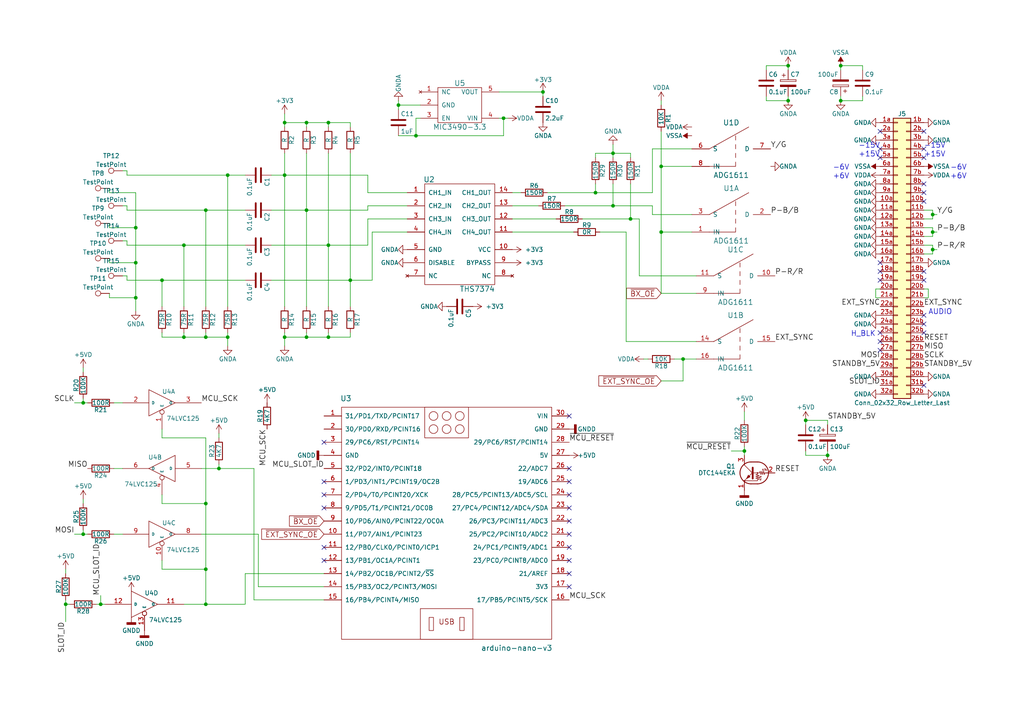
<source format=kicad_sch>
(kicad_sch (version 20211123) (generator eeschema)
  (paper "A4")
  (lib_symbols
    (symbol "AAAAAAAAA:GC_Ports"
      (property "Reference" "CN" (at 0 13.97 0))
      (property "Value" "GC_Ports" (at 0 -16.51 0))
      (symbol "GC_Ports_1_1"
        (pin input line (at -15.24 10.16 270) (length 5.08) (name "5v") (number "1A"))
        (pin input line (at 10.16 10.16 270) (length 5.08) (name "5v") (number "1B"))
        (pin input line (at -11.43 10.16 270) (length 5.08) (name "DA") (number "2A"))
        (pin input line (at 13.97 10.16 270) (length 5.08) (name "DA") (number "2B"))
        (pin no_connect line (at -7.62 10.16 270) (length 5.08) (name "") (number "3A"))
        (pin no_connect line (at 17.78 10.16 270) (length 5.08) (name "") (number "3B"))
        (pin no_connect line (at -17.78 -8.89 90) (length 5.08) (name "") (number "4A"))
        (pin no_connect line (at 7.62 -8.89 90) (length 5.08) (name "") (number "4B"))
        (pin no_connect line (at -13.97 -8.89 90) (length 5.08) (name "") (number "5A"))
        (pin no_connect line (at 11.43 -8.89 90) (length 5.08) (name "") (number "5B"))
        (pin input line (at -10.16 -8.89 90) (length 5.08) (name "GND") (number "6A"))
        (pin input line (at 15.24 -8.89 90) (length 5.08) (name "GND") (number "6B"))
        (pin input line (at -6.35 -8.89 90) (length 5.08) (name "3.3v") (number "7A"))
        (pin input line (at 19.05 -8.89 90) (length 5.08) (name "3.3v") (number "7B"))
        (pin input line (at -19.05 10.16 270) (length 5.08) (name "Shield") (number "8"))
      )
    )
    (symbol "AAAAAAAAA:TPS25221"
      (property "Reference" "U" (at 0 -5.08 0))
      (property "Value" "TPS25221" (at 0 10.16 0))
      (symbol "TPS25221_1_1"
        (pin input line (at -11.43 7.62 0) (length 5.08) (name "OUT") (number "1"))
        (pin input line (at -11.43 2.54 0) (length 5.08) (name "ILIM") (number "2"))
        (pin input line (at -11.43 -2.54 0) (length 5.08) (name "FAULT") (number "3"))
        (pin input line (at 11.43 -2.54 180) (length 5.08) (name "EN") (number "4"))
        (pin input line (at 11.43 2.54 180) (length 5.08) (name "GND") (number "5"))
        (pin input line (at 11.43 7.62 180) (length 5.08) (name "IN") (number "6"))
      )
    )
    (symbol "Connector:TestPoint" (pin_numbers hide) (pin_names (offset 0.762) hide)
      (property "Reference" "TP" (at 0 6.858 0))
      (property "Value" "TestPoint" (at 0 5.08 0))
      (symbol "TestPoint_1_1"
        (pin passive line (at 0 0 90) (length 2.54) (name "1") (number "1"))
      )
    )
    (symbol "Device:C" (pin_numbers hide) (pin_names (offset 0.254))
      (property "Reference" "C" (at 0.635 2.54 0))
      (property "Value" "C" (at 0.635 -2.54 0))
      (symbol "C_1_1"
        (pin passive line (at 0 3.81 270) (length 2.794) (name "~") (number "1"))
        (pin passive line (at 0 -3.81 90) (length 2.794) (name "~") (number "2"))
      )
    )
    (symbol "Device:D" (pin_numbers hide) (pin_names (offset 1.016) hide)
      (property "Reference" "D" (at 0 2.54 0))
      (property "Value" "D" (at 0 -2.54 0))
      (symbol "D_1_1"
        (pin passive line (at -3.81 0 0) (length 2.54) (name "K") (number "1"))
        (pin passive line (at 3.81 0 180) (length 2.54) (name "A") (number "2"))
      )
    )
    (symbol "Device:R" (pin_numbers hide) (pin_names (offset 0))
      (property "Reference" "R" (at 2.032 0 90))
      (property "Value" "R" (at 0 0 90))
      (symbol "R_1_1"
        (pin passive line (at 0 3.81 270) (length 1.27) (name "~") (number "1"))
        (pin passive line (at 0 -3.81 90) (length 1.27) (name "~") (number "2"))
      )
    )
    (symbol "PWP2-2:PWP2_HeadphoneJackWithSwitch" (pin_names (offset 1.016))
      (property "Reference" "U" (at 0 -10.16 0))
      (property "Value" "PWP2_HeadphoneJackWithSwitch" (at 1.27 12.7 0))
      (symbol "PWP2_HeadphoneJackWithSwitch_1_1"
        (pin input line (at -6.35 11.43 270) (length 5.08) (name "Sleeve/Shield") (number "1"))
        (pin input line (at -2.54 11.43 270) (length 5.08) (name "Tip/Left") (number "2"))
        (pin input line (at 1.27 11.43 270) (length 5.08) (name "Ring/Right") (number "3"))
        (pin input line (at 5.08 11.43 270) (length 5.08) (name "Switch") (number "4"))
      )
    )
    (symbol "bkm-129x-simple-rescue:+3.3V-power" (power) (pin_names (offset 0))
      (property "Value" "+3.3V-power" (at 0 3.556 0))
      (symbol "+3.3V-power_1_1"
        (pin power_in line (at 0 0 90) (length 0) hide (name "+3V3") (number "1"))
      )
    )
    (symbol "bkm-129x-simple-rescue:74LVC125-bkm-129x-simple-rescue" (pin_names (offset 0.762))
      (property "Reference" "U" (at 0 2.54 0))
      (property "Value" "74LVC125-bkm-129x-simple-rescue" (at 1.27 -3.81 0))
      (symbol "74LVC125-bkm-129x-simple-rescue_0_0"
        (pin power_in line (at -3.81 3.81 270) (length 0) hide (name "VCC") (number "14"))
        (pin power_in line (at -3.81 -3.81 90) (length 0) hide (name "GND") (number "7"))
      )
      (symbol "74LVC125-bkm-129x-simple-rescue_1_0"
        (pin input inverted (at 0 -7.62 90) (length 5.588) (name "E") (number "1"))
      )
      (symbol "74LVC125-bkm-129x-simple-rescue_1_1"
        (pin input line (at -11.43 0 0) (length 7.62) (name "D") (number "2"))
        (pin tri_state line (at 11.43 0 180) (length 7.62) (name "O") (number "3"))
      )
      (symbol "74LVC125-bkm-129x-simple-rescue_2_0"
        (pin input inverted (at 0 -7.62 90) (length 5.588) (name "E") (number "4"))
      )
      (symbol "74LVC125-bkm-129x-simple-rescue_2_1"
        (pin input line (at -11.43 0 0) (length 7.62) (name "D") (number "5"))
        (pin tri_state line (at 11.43 0 180) (length 7.62) (name "O") (number "6"))
      )
      (symbol "74LVC125-bkm-129x-simple-rescue_3_0"
        (pin input inverted (at 0 -7.62 90) (length 5.588) (name "E") (number "10"))
      )
      (symbol "74LVC125-bkm-129x-simple-rescue_3_1"
        (pin tri_state line (at 11.43 0 180) (length 7.62) (name "O") (number "8"))
        (pin input line (at -11.43 0 0) (length 7.62) (name "D") (number "9"))
      )
      (symbol "74LVC125-bkm-129x-simple-rescue_4_0"
        (pin input inverted (at 0 -7.62 90) (length 5.588) (name "E") (number "13"))
      )
      (symbol "74LVC125-bkm-129x-simple-rescue_4_1"
        (pin tri_state line (at 11.43 0 180) (length 7.62) (name "O") (number "11"))
        (pin input line (at -11.43 0 0) (length 7.62) (name "D") (number "12"))
      )
    )
    (symbol "bkm-129x-simple-rescue:ADG1611-adg1611" (pin_names (offset 1.016))
      (property "Reference" "U" (at 0 7.62 0))
      (property "Value" "ADG1611-adg1611" (at 0 -7.62 0))
      (symbol "ADG1611-adg1611_0_1"
        (pin power_in line (at -11.43 6.35 0) (length 5.08) hide (name "VDD") (number "13"))
        (pin power_in line (at -11.43 3.81 0) (length 5.08) hide (name "VSS") (number "4"))
        (pin power_in line (at 11.43 -5.08 180) (length 5.08) hide (name "GND") (number "5"))
      )
      (symbol "ADG1611-adg1611_1_1"
        (pin input line (at -11.43 -5.08 0) (length 5.08) (name "IN") (number "1"))
        (pin bidirectional line (at 11.43 0 180) (length 5.08) (name "D") (number "2"))
        (pin bidirectional line (at -11.43 0 0) (length 5.08) (name "S") (number "3"))
      )
      (symbol "ADG1611-adg1611_2_1"
        (pin bidirectional line (at -11.43 0 0) (length 5.08) (name "S") (number "14"))
        (pin bidirectional line (at 11.43 0 180) (length 5.08) (name "D") (number "15"))
        (pin input line (at -11.43 -5.08 0) (length 5.08) (name "IN") (number "16"))
      )
      (symbol "ADG1611-adg1611_3_1"
        (pin bidirectional line (at 11.43 0 180) (length 5.08) (name "D") (number "10"))
        (pin bidirectional line (at -11.43 0 0) (length 5.08) (name "S") (number "11"))
        (pin input line (at -11.43 -5.08 0) (length 5.08) (name "IN") (number "9"))
      )
      (symbol "ADG1611-adg1611_4_1"
        (pin bidirectional line (at -11.43 0 0) (length 5.08) (name "S") (number "6"))
        (pin bidirectional line (at 11.43 0 180) (length 5.08) (name "D") (number "7"))
        (pin input line (at -11.43 -5.08 0) (length 5.08) (name "IN") (number "8"))
      )
    )
    (symbol "bkm-129x-simple-rescue:C-bkm-129x-simple-rescue" (pin_numbers hide) (pin_names (offset 0.254))
      (property "Reference" "C" (at 0.635 2.54 0))
      (property "Value" "C-bkm-129x-simple-rescue" (at 0.635 -2.54 0))
      (symbol "C-bkm-129x-simple-rescue_1_1"
        (pin passive line (at 0 3.81 270) (length 2.794) (name "~") (number "1"))
        (pin passive line (at 0 -3.81 90) (length 2.794) (name "~") (number "2"))
      )
    )
    (symbol "bkm-129x-simple-rescue:CP-bkm-129x-simple-rescue" (pin_numbers hide) (pin_names (offset 0.254))
      (property "Reference" "C" (at 0.635 2.54 0))
      (property "Value" "CP-bkm-129x-simple-rescue" (at 0.635 -2.54 0))
      (symbol "CP-bkm-129x-simple-rescue_1_1"
        (pin passive line (at 0 3.81 270) (length 2.794) (name "~") (number "1"))
        (pin passive line (at 0 -3.81 90) (length 2.794) (name "~") (number "2"))
      )
    )
    (symbol "bkm-129x-simple-rescue:Conn_02x32_Row_Letter_Last-bkm-129x-simple-rescue" (pin_names (offset 1.016) hide)
      (property "Reference" "J" (at 1.27 40.64 0))
      (property "Value" "Conn_02x32_Row_Letter_Last-bkm-129x-simple-rescue" (at 1.27 -43.18 0))
      (symbol "Conn_02x32_Row_Letter_Last-bkm-129x-simple-rescue_1_1"
        (pin passive line (at -5.08 15.24 0) (length 3.81) (name "Pin_10a") (number "10a"))
        (pin passive line (at 7.62 15.24 180) (length 3.81) (name "Pin_10b") (number "10b"))
        (pin passive line (at -5.08 12.7 0) (length 3.81) (name "Pin_11a") (number "11a"))
        (pin passive line (at 7.62 12.7 180) (length 3.81) (name "Pin_11b") (number "11b"))
        (pin passive line (at -5.08 10.16 0) (length 3.81) (name "Pin_12a") (number "12a"))
        (pin passive line (at 7.62 10.16 180) (length 3.81) (name "Pin_12b") (number "12b"))
        (pin passive line (at -5.08 7.62 0) (length 3.81) (name "Pin_13a") (number "13a"))
        (pin passive line (at 7.62 7.62 180) (length 3.81) (name "Pin_13b") (number "13b"))
        (pin passive line (at -5.08 5.08 0) (length 3.81) (name "Pin_14a") (number "14a"))
        (pin passive line (at 7.62 5.08 180) (length 3.81) (name "Pin_14b") (number "14b"))
        (pin passive line (at -5.08 2.54 0) (length 3.81) (name "Pin_15a") (number "15a"))
        (pin passive line (at 7.62 2.54 180) (length 3.81) (name "Pin_15b") (number "15b"))
        (pin passive line (at -5.08 0 0) (length 3.81) (name "Pin_16a") (number "16a"))
        (pin passive line (at 7.62 0 180) (length 3.81) (name "Pin_16b") (number "16b"))
        (pin passive line (at -5.08 -2.54 0) (length 3.81) (name "Pin_17a") (number "17a"))
        (pin passive line (at 7.62 -2.54 180) (length 3.81) (name "Pin_17b") (number "17b"))
        (pin passive line (at -5.08 -5.08 0) (length 3.81) (name "Pin_18a") (number "18a"))
        (pin passive line (at 7.62 -5.08 180) (length 3.81) (name "Pin_18b") (number "18b"))
        (pin passive line (at -5.08 -7.62 0) (length 3.81) (name "Pin_19a") (number "19a"))
        (pin passive line (at 7.62 -7.62 180) (length 3.81) (name "Pin_19b") (number "19b"))
        (pin passive line (at -5.08 38.1 0) (length 3.81) (name "Pin_1a") (number "1a"))
        (pin passive line (at 7.62 38.1 180) (length 3.81) (name "Pin_1b") (number "1b"))
        (pin passive line (at -5.08 -10.16 0) (length 3.81) (name "Pin_20a") (number "20a"))
        (pin passive line (at 7.62 -10.16 180) (length 3.81) (name "Pin_20b") (number "20b"))
        (pin passive line (at -5.08 -12.7 0) (length 3.81) (name "Pin_21a") (number "21a"))
        (pin passive line (at 7.62 -12.7 180) (length 3.81) (name "Pin_21b") (number "21b"))
        (pin passive line (at -5.08 -15.24 0) (length 3.81) (name "Pin_22a") (number "22a"))
        (pin passive line (at 7.62 -15.24 180) (length 3.81) (name "Pin_22b") (number "22b"))
        (pin passive line (at -5.08 -17.78 0) (length 3.81) (name "Pin_23a") (number "23a"))
        (pin passive line (at 7.62 -17.78 180) (length 3.81) (name "Pin_23b") (number "23b"))
        (pin passive line (at -5.08 -20.32 0) (length 3.81) (name "Pin_24a") (number "24a"))
        (pin passive line (at 7.62 -20.32 180) (length 3.81) (name "Pin_24b") (number "24b"))
        (pin passive line (at -5.08 -22.86 0) (length 3.81) (name "Pin_25a") (number "25a"))
        (pin passive line (at 7.62 -22.86 180) (length 3.81) (name "Pin_25b") (number "25b"))
        (pin passive line (at -5.08 -25.4 0) (length 3.81) (name "Pin_26a") (number "26a"))
        (pin passive line (at 7.62 -25.4 180) (length 3.81) (name "Pin_26b") (number "26b"))
        (pin passive line (at -5.08 -27.94 0) (length 3.81) (name "Pin_27a") (number "27a"))
        (pin passive line (at 7.62 -27.94 180) (length 3.81) (name "Pin_27b") (number "27b"))
        (pin passive line (at -5.08 -30.48 0) (length 3.81) (name "Pin_28a") (number "28a"))
        (pin passive line (at 7.62 -30.48 180) (length 3.81) (name "Pin_28b") (number "28b"))
        (pin passive line (at -5.08 -33.02 0) (length 3.81) (name "Pin_29a") (number "29a"))
        (pin passive line (at 7.62 -33.02 180) (length 3.81) (name "Pin_29b") (number "29b"))
        (pin passive line (at -5.08 35.56 0) (length 3.81) (name "Pin_2a") (number "2a"))
        (pin passive line (at 7.62 35.56 180) (length 3.81) (name "Pin_2b") (number "2b"))
        (pin passive line (at -5.08 -35.56 0) (length 3.81) (name "Pin_30a") (number "30a"))
        (pin passive line (at 7.62 -35.56 180) (length 3.81) (name "Pin_30b") (number "30b"))
        (pin passive line (at -5.08 -38.1 0) (length 3.81) (name "Pin_31a") (number "31a"))
        (pin passive line (at 7.62 -38.1 180) (length 3.81) (name "Pin_31b") (number "31b"))
        (pin passive line (at -5.08 -40.64 0) (length 3.81) (name "Pin_32a") (number "32a"))
        (pin passive line (at 7.62 -40.64 180) (length 3.81) (name "Pin_32b") (number "32b"))
        (pin passive line (at -5.08 33.02 0) (length 3.81) (name "Pin_3a") (number "3a"))
        (pin passive line (at 7.62 33.02 180) (length 3.81) (name "Pin_3b") (number "3b"))
        (pin passive line (at -5.08 30.48 0) (length 3.81) (name "Pin_4a") (number "4a"))
        (pin passive line (at 7.62 30.48 180) (length 3.81) (name "Pin_4b") (number "4b"))
        (pin passive line (at -5.08 27.94 0) (length 3.81) (name "Pin_5a") (number "5a"))
        (pin passive line (at 7.62 27.94 180) (length 3.81) (name "Pin_5b") (number "5b"))
        (pin passive line (at -5.08 25.4 0) (length 3.81) (name "Pin_6a") (number "6a"))
        (pin passive line (at 7.62 25.4 180) (length 3.81) (name "Pin_6b") (number "6b"))
        (pin passive line (at -5.08 22.86 0) (length 3.81) (name "Pin_7a") (number "7a"))
        (pin passive line (at 7.62 22.86 180) (length 3.81) (name "Pin_7b") (number "7b"))
        (pin passive line (at -5.08 20.32 0) (length 3.81) (name "Pin_8a") (number "8a"))
        (pin passive line (at 7.62 20.32 180) (length 3.81) (name "Pin_8b") (number "8b"))
        (pin passive line (at -5.08 17.78 0) (length 3.81) (name "Pin_9a") (number "9a"))
        (pin passive line (at 7.62 17.78 180) (length 3.81) (name "Pin_9b") (number "9b"))
      )
    )
    (symbol "bkm-129x-simple-rescue:DTC144EKA-dtc144eka" (pin_names (offset 0) hide)
      (property "Reference" "Q" (at 5.08 1.905 0))
      (property "Value" "DTC144EKA-dtc144eka" (at 5.08 0 0))
      (symbol "DTC144EKA-dtc144eka_0_0"
        (text "47k" (at -3.302 0.889 0) (effects (font (size 0.508 0.508))))
        (text "47k" (at -2.159 -1.524 900) (effects (font (size 0.508 0.508))))
      )
      (symbol "DTC144EKA-dtc144eka_1_1"
        (pin passive line (at 2.54 -5.08 90) (length 2.54) (name "E") (number "1"))
        (pin input line (at -6.35 0 0) (length 2.54) (name "B") (number "2"))
        (pin passive line (at 2.54 5.08 270) (length 2.54) (name "C") (number "3"))
      )
    )
    (symbol "bkm-129x-simple-rescue:MIC3490-mic3490" (pin_names (offset 1.016))
      (property "Reference" "U" (at 0 6.35 0))
      (property "Value" "MIC3490-mic3490" (at 0 -6.35 0))
      (symbol "MIC3490-mic3490_1_1"
        (pin no_connect line (at -11.43 3.81 0) (length 5.08) (name "NC") (number "1"))
        (pin power_in line (at -11.43 0 0) (length 5.08) (name "GND") (number "2"))
        (pin input line (at -11.43 -3.81 0) (length 5.08) (name "EN") (number "3"))
        (pin power_in line (at 11.43 -3.81 180) (length 5.08) (name "VIN") (number "4"))
        (pin power_out line (at 11.43 3.81 180) (length 5.08) (name "VOUT") (number "5"))
      )
    )
    (symbol "bkm-129x-simple-rescue:R-bkm-129x-simple-rescue" (pin_numbers hide) (pin_names (offset 0))
      (property "Reference" "R" (at 2.032 0 90))
      (property "Value" "R-bkm-129x-simple-rescue" (at 0 0 90))
      (symbol "R-bkm-129x-simple-rescue_1_1"
        (pin passive line (at 0 3.81 270) (length 1.27) (name "~") (number "1"))
        (pin passive line (at 0 -3.81 90) (length 1.27) (name "~") (number "2"))
      )
    )
    (symbol "bkm-129x-simple-rescue:THS7374-ths7374" (pin_names (offset 1.016))
      (property "Reference" "U" (at -8.89 16.51 0))
      (property "Value" "THS7374-ths7374" (at 5.08 -15.24 0))
      (symbol "THS7374-ths7374_1_1"
        (pin input line (at -15.24 12.7 0) (length 5.08) (name "CH1_IN") (number "1"))
        (pin power_in line (at 15.24 -3.81 180) (length 5.08) (name "VCC") (number "10"))
        (pin output line (at 15.24 1.27 180) (length 5.08) (name "CH4_OUT") (number "11"))
        (pin output line (at 15.24 5.08 180) (length 5.08) (name "CH3_OUT") (number "12"))
        (pin output line (at 15.24 8.89 180) (length 5.08) (name "CH2_OUT") (number "13"))
        (pin output line (at 15.24 12.7 180) (length 5.08) (name "CH1_OUT") (number "14"))
        (pin input line (at -15.24 8.89 0) (length 5.08) (name "CH2_IN") (number "2"))
        (pin input line (at -15.24 5.08 0) (length 5.08) (name "CH3_IN") (number "3"))
        (pin input line (at -15.24 1.27 0) (length 5.08) (name "CH4_IN") (number "4"))
        (pin power_in line (at -15.24 -3.81 0) (length 5.08) (name "GND") (number "5"))
        (pin power_in line (at -15.24 -7.62 0) (length 5.08) (name "DISABLE") (number "6"))
        (pin no_connect line (at -15.24 -11.43 0) (length 5.08) (name "NC") (number "7"))
        (pin no_connect line (at 15.24 -11.43 180) (length 5.08) (name "NC") (number "8"))
        (pin power_in line (at 15.24 -7.62 180) (length 5.08) (name "BYPASS") (number "9"))
      )
    )
    (symbol "bkm-129x-simple-rescue:arduino-nano-v3-arduino-nano-v3" (pin_names (offset 1.016))
      (property "Reference" "U" (at -29.21 31.75 0))
      (property "Value" "arduino-nano-v3-arduino-nano-v3" (at 20.32 -40.64 0))
      (symbol "arduino-nano-v3-arduino-nano-v3_0_0"
        (text "USB" (at 0 -33.02 0) (effects (font (size 1.524 1.524))))
      )
      (symbol "arduino-nano-v3-arduino-nano-v3_1_1"
        (pin bidirectional line (at -35.56 26.67 0) (length 5.08) (name "31/PD1/TXD/PCINT17") (number "1"))
        (pin bidirectional line (at -35.56 -7.62 0) (length 5.08) (name "11/PD7/AIN1/PCINT23") (number "10"))
        (pin bidirectional line (at -35.56 -11.43 0) (length 5.08) (name "12/PB0/CLK0/PCINT0/ICP1") (number "11"))
        (pin bidirectional line (at -35.56 -15.24 0) (length 5.08) (name "13/PB1/OC1A/PCINT1") (number "12"))
        (pin bidirectional line (at -35.56 -19.05 0) (length 5.08) (name "14/PB2/OC1B/PCINT2/~{SS}") (number "13"))
        (pin bidirectional line (at -35.56 -22.86 0) (length 5.08) (name "15/PB3/OC2/PCINT3/MOSI") (number "14"))
        (pin bidirectional line (at -35.56 -26.67 0) (length 5.08) (name "16/PB4/PCINT4/MISO") (number "15"))
        (pin bidirectional line (at 35.56 -26.67 180) (length 5.08) (name "17/PB5/PCINT5/SCK") (number "16"))
        (pin power_out line (at 35.56 -22.86 180) (length 5.08) (name "3V3") (number "17"))
        (pin input line (at 35.56 -19.05 180) (length 5.08) (name "21/AREF") (number "18"))
        (pin bidirectional line (at 35.56 -15.24 180) (length 5.08) (name "23/PC0/PCINT8/ADC0") (number "19"))
        (pin bidirectional line (at -35.56 22.86 0) (length 5.08) (name "30/PD0/RXD/PCINT16") (number "2"))
        (pin bidirectional line (at 35.56 -11.43 180) (length 5.08) (name "24/PC1/PCINT9/ADC1") (number "20"))
        (pin bidirectional line (at 35.56 -7.62 180) (length 5.08) (name "25/PC2/PCINT10/ADC2") (number "21"))
        (pin bidirectional line (at 35.56 -3.81 180) (length 5.08) (name "26/PC3/PCINT11/ADC3") (number "22"))
        (pin bidirectional line (at 35.56 0 180) (length 5.08) (name "27/PC4/PCINT12/ADC4/SDA") (number "23"))
        (pin bidirectional line (at 35.56 3.81 180) (length 5.08) (name "28/PC5/PCINT13/ADC5/SCL") (number "24"))
        (pin input line (at 35.56 7.62 180) (length 5.08) (name "19/ADC6") (number "25"))
        (pin input line (at 35.56 11.43 180) (length 5.08) (name "22/ADC7") (number "26"))
        (pin power_out line (at 35.56 15.24 180) (length 5.08) (name "5V") (number "27"))
        (pin power_out line (at 35.56 19.05 180) (length 5.08) (name "29/PC6/RST/PCINT14") (number "28"))
        (pin power_in line (at 35.56 22.86 180) (length 5.08) (name "GND") (number "29"))
        (pin bidirectional line (at -35.56 19.05 0) (length 5.08) (name "29/PC6/RST/PCINT14") (number "3"))
        (pin power_in line (at 35.56 26.67 180) (length 5.08) (name "VIN") (number "30"))
        (pin power_in line (at -35.56 15.24 0) (length 5.08) (name "GND") (number "4"))
        (pin bidirectional line (at -35.56 11.43 0) (length 5.08) (name "32/PD2/INT0/PCINT18") (number "5"))
        (pin bidirectional line (at -35.56 7.62 0) (length 5.08) (name "1/PD3/INT1/PCINT19/OC2B") (number "6"))
        (pin bidirectional line (at -35.56 3.81 0) (length 5.08) (name "2/PD4/T0/PCINT20/XCK") (number "7"))
        (pin bidirectional line (at -35.56 0 0) (length 5.08) (name "9/PD5/T1/PCINT21/OC0B") (number "8"))
        (pin bidirectional line (at -35.56 -3.81 0) (length 5.08) (name "10/PD6/AIN0/PCINT22/OC0A") (number "9"))
      )
    )
    (symbol "power:+5VD" (power) (pin_names (offset 0))
      (property "Value" "+5VD" (at 0 3.556 0))
      (symbol "+5VD_1_1"
        (pin power_in line (at 0 0 90) (length 0) hide (name "+5VD") (number "1"))
      )
    )
    (symbol "power:GNDA" (power) (pin_names (offset 0))
      (property "Value" "GNDA" (at 0 -3.81 0))
      (symbol "GNDA_1_1"
        (pin power_in line (at 0 0 270) (length 0) hide (name "GNDA") (number "1"))
      )
    )
    (symbol "power:GNDD" (power) (pin_names (offset 0))
      (property "Value" "GNDD" (at 0 -3.175 0))
      (symbol "GNDD_1_1"
        (pin power_in line (at 0 0 270) (length 0) hide (name "GNDD") (number "1"))
      )
    )
    (symbol "power:VDDA" (power) (pin_names (offset 0))
      (property "Value" "VDDA" (at 0 3.81 0))
      (symbol "VDDA_1_1"
        (pin power_in line (at 0 0 90) (length 0) hide (name "VDDA") (number "1"))
      )
    )
    (symbol "power:VSSA" (power) (pin_names (offset 0))
      (property "Value" "VSSA" (at 0 3.81 0))
      (symbol "VSSA_1_1"
        (pin power_in line (at 0 0 90) (length 0) hide (name "VSSA") (number "1"))
      )
    )
  )
  (junction (at 243.84 29.21))
  (junction (at 228.6 19.05))
  (junction (at 316.865 220.98))
  (junction (at 198.12 104.14))
  (junction (at 24.13 154.94))
  (junction (at 177.8 44.45))
  (junction (at 177.8 59.69))
  (junction (at 157.48 26.67))
  (junction (at 39.37 76.2))
  (junction (at 377.19 184.785))
  (junction (at 95.25 97.79))
  (junction (at 380.365 243.205))
  (junction (at 66.04 50.8))
  (junction (at 95.25 35.56))
  (junction (at 380.365 208.28))
  (junction (at 381.635 138.43))
  (junction (at 172.72 55.88))
  (junction (at 59.69 60.96))
  (junction (at 380.365 172.72))
  (junction (at 377.825 150.495))
  (junction (at 59.69 175.26))
  (junction (at 66.04 97.79))
  (junction (at 53.34 71.12))
  (junction (at 318.135 186.055))
  (junction (at 120.65 39.37))
  (junction (at 88.9 60.96))
  (junction (at 88.9 97.79))
  (junction (at 53.34 97.79))
  (junction (at 215.9 130.81))
  (junction (at 101.6 81.28))
  (junction (at 24.13 116.84))
  (junction (at 320.675 173.99))
  (junction (at 191.77 48.26))
  (junction (at 59.69 165.1))
  (junction (at 63.5 135.89))
  (junction (at 82.55 50.8))
  (junction (at 321.945 139.7))
  (junction (at 29.21 175.26))
  (junction (at 115.57 30.48))
  (junction (at 270.51 67.31))
  (junction (at 39.37 86.36))
  (junction (at 146.05 34.29))
  (junction (at 377.19 255.27))
  (junction (at 82.55 97.79))
  (junction (at 240.03 132.08))
  (junction (at 228.6 29.21))
  (junction (at 191.77 67.31))
  (junction (at 233.68 121.92))
  (junction (at 320.675 243.84))
  (junction (at 95.25 71.12))
  (junction (at 46.99 81.28))
  (junction (at 320.675 208.915))
  (junction (at 270.51 72.39))
  (junction (at 59.69 146.05))
  (junction (at 82.55 35.56))
  (junction (at 270.51 62.23))
  (junction (at 59.69 97.79))
  (junction (at 88.9 35.56))
  (junction (at 39.37 66.04))
  (junction (at 243.84 19.05))
  (junction (at 182.88 63.5))
  (junction (at 317.5 255.905))
  (junction (at 19.05 175.26))
  (junction (at 377.825 220.345))
  (no_connect (at 255.27 101.6))
  (no_connect (at 255.27 99.06))
  (no_connect (at 93.98 143.51))
  (no_connect (at 165.1 143.51))
  (no_connect (at 267.97 93.98))
  (no_connect (at 267.97 91.44))
  (no_connect (at 165.1 135.89))
  (no_connect (at 255.27 78.74))
  (no_connect (at 267.97 81.28))
  (no_connect (at 267.97 58.42))
  (no_connect (at 93.98 158.75))
  (no_connect (at 165.1 158.75))
  (no_connect (at 165.1 147.32))
  (no_connect (at 267.97 45.72))
  (no_connect (at 255.27 81.28))
  (no_connect (at 165.1 162.56))
  (no_connect (at 267.97 38.1))
  (no_connect (at 165.1 154.94))
  (no_connect (at 267.97 43.18))
  (no_connect (at 165.1 139.7))
  (no_connect (at 267.97 78.74))
  (no_connect (at 93.98 139.7))
  (no_connect (at 255.27 43.18))
  (no_connect (at 165.1 170.18))
  (no_connect (at 267.97 53.34))
  (no_connect (at 267.97 96.52))
  (no_connect (at 255.27 45.72))
  (no_connect (at 255.27 76.2))
  (no_connect (at 93.98 147.32))
  (no_connect (at 165.1 120.65))
  (no_connect (at 255.27 38.1))
  (no_connect (at 165.1 166.37))
  (no_connect (at 267.97 55.88))
  (no_connect (at 165.1 151.13))
  (no_connect (at 93.98 162.56))
  (no_connect (at 255.27 96.52))
  (no_connect (at 267.97 111.76))
  (no_connect (at 93.98 128.27))
  (wire (pts (xy 314.96 151.765) (xy 321.945 151.765)))
  (wire (pts (xy 250.19 19.05) (xy 250.19 20.32)))
  (wire (pts (xy 24.13 115.57) (xy 24.13 116.84)))
  (wire (pts (xy 82.55 96.52) (xy 82.55 97.79)))
  (wire (pts (xy 380.365 208.28) (xy 374.015 208.28)))
  (wire (pts (xy 121.92 34.29) (xy 120.65 34.29)))
  (wire (pts (xy 95.25 35.56) (xy 95.25 36.83)))
  (wire (pts (xy 182.88 44.45) (xy 182.88 45.72)))
  (wire (pts (xy 343.535 203.2) (xy 320.675 203.2)))
  (wire (pts (xy 270.51 62.23) (xy 270.51 63.5)))
  (wire (pts (xy 66.04 97.79) (xy 66.04 100.33)))
  (wire (pts (xy 177.8 59.69) (xy 189.23 59.69)))
  (wire (pts (xy 320.675 250.825) (xy 320.675 251.46)))
  (wire (pts (xy 381.635 138.43) (xy 381.635 140.335)))
  (wire (pts (xy 95.25 97.79) (xy 101.6 97.79)))
  (wire (pts (xy 381.635 138.43) (xy 375.285 138.43)))
  (wire (pts (xy 39.37 76.2) (xy 39.37 86.36)))
  (wire (pts (xy 215.9 130.81) (xy 215.9 129.54)))
  (wire (pts (xy 24.13 146.05) (xy 24.13 144.78)))
  (wire (pts (xy 19.05 175.26) (xy 20.32 175.26)))
  (wire (pts (xy 148.59 55.88) (xy 151.13 55.88)))
  (wire (pts (xy 200.66 48.26) (xy 191.77 48.26)))
  (wire (pts (xy 313.69 186.055) (xy 318.135 186.055)))
  (wire (pts (xy 101.6 44.45) (xy 101.6 81.28)))
  (wire (pts (xy 177.8 44.45) (xy 177.8 45.72)))
  (wire (pts (xy 106.68 59.69) (xy 118.11 59.69)))
  (wire (pts (xy 228.6 20.32) (xy 228.6 19.05)))
  (wire (pts (xy 88.9 60.96) (xy 88.9 88.9)))
  (wire (pts (xy 240.03 132.08) (xy 240.03 130.81)))
  (wire (pts (xy 39.37 86.36) (xy 39.37 90.17)))
  (wire (pts (xy 314.325 251.46) (xy 320.675 251.46)))
  (wire (pts (xy 198.12 104.14) (xy 201.93 104.14)))
  (wire (pts (xy 82.55 35.56) (xy 88.9 35.56)))
  (wire (pts (xy 106.68 50.8) (xy 106.68 55.88)))
  (wire (pts (xy 403.225 167.005) (xy 380.365 167.005)))
  (wire (pts (xy 46.99 162.56) (xy 46.99 165.1)))
  (wire (pts (xy 191.77 110.49) (xy 198.12 110.49)))
  (wire (pts (xy 31.75 55.88) (xy 31.75 54.61)))
  (wire (pts (xy 318.135 186.055) (xy 320.675 186.055)))
  (wire (pts (xy 144.78 34.29) (xy 146.05 34.29)))
  (wire (pts (xy 228.6 29.21) (xy 228.6 27.94)))
  (wire (pts (xy 148.59 67.31) (xy 166.37 67.31)))
  (wire (pts (xy 215.9 132.08) (xy 215.9 130.81)))
  (wire (pts (xy 186.69 104.14) (xy 187.96 104.14)))
  (wire (pts (xy 31.75 86.36) (xy 39.37 86.36)))
  (wire (pts (xy 380.365 202.565) (xy 380.365 208.28)))
  (wire (pts (xy 35.56 80.01) (xy 36.83 80.01)))
  (wire (pts (xy 240.03 121.92) (xy 240.03 123.19)))
  (wire (pts (xy 380.365 167.005) (xy 380.365 172.72)))
  (wire (pts (xy 177.8 53.34) (xy 177.8 59.69)))
  (wire (pts (xy 270.51 71.12) (xy 270.51 72.39)))
  (wire (pts (xy 270.51 63.5) (xy 267.97 63.5)))
  (wire (pts (xy 29.21 175.26) (xy 29.21 172.72)))
  (wire (pts (xy 270.51 72.39) (xy 270.51 73.66)))
  (wire (pts (xy 59.69 146.05) (xy 59.69 165.1)))
  (wire (pts (xy 269.24 86.36) (xy 267.97 86.36)))
  (wire (pts (xy 31.75 74.93) (xy 31.75 76.2)))
  (wire (pts (xy 73.66 173.99) (xy 73.66 135.89)))
  (wire (pts (xy 212.09 130.81) (xy 215.9 130.81)))
  (wire (pts (xy 189.23 62.23) (xy 200.66 62.23)))
  (wire (pts (xy 374.015 215.9) (xy 380.365 215.9)))
  (wire (pts (xy 19.05 175.26) (xy 19.05 180.34)))
  (wire (pts (xy 73.66 135.89) (xy 63.5 135.89)))
  (wire (pts (xy 95.25 35.56) (xy 101.6 35.56)))
  (wire (pts (xy 36.83 71.12) (xy 53.34 71.12)))
  (wire (pts (xy 377.825 220.345) (xy 380.365 220.345)))
  (wire (pts (xy 82.55 50.8) (xy 82.55 88.9)))
  (wire (pts (xy 39.37 66.04) (xy 39.37 76.2)))
  (wire (pts (xy 403.225 237.49) (xy 380.365 237.49)))
  (wire (pts (xy 313.69 220.98) (xy 316.865 220.98)))
  (wire (pts (xy 36.83 81.28) (xy 46.99 81.28)))
  (wire (pts (xy 31.75 66.04) (xy 39.37 66.04)))
  (wire (pts (xy 189.23 55.88) (xy 189.23 43.18)))
  (wire (pts (xy 66.04 88.9) (xy 66.04 50.8)))
  (wire (pts (xy 157.48 26.67) (xy 157.48 27.94)))
  (wire (pts (xy 71.12 166.37) (xy 71.12 175.26)))
  (wire (pts (xy 24.13 107.95) (xy 24.13 106.68)))
  (wire (pts (xy 46.99 96.52) (xy 46.99 97.79)))
  (wire (pts (xy 120.65 39.37) (xy 146.05 39.37)))
  (wire (pts (xy 168.91 63.5) (xy 182.88 63.5)))
  (wire (pts (xy 189.23 59.69) (xy 189.23 62.23)))
  (wire (pts (xy 191.77 85.09) (xy 201.93 85.09)))
  (wire (pts (xy 374.015 250.825) (xy 380.365 250.825)))
  (wire (pts (xy 33.02 116.84) (xy 35.56 116.84)))
  (wire (pts (xy 46.99 88.9) (xy 46.99 81.28)))
  (wire (pts (xy 374.65 150.495) (xy 377.825 150.495)))
  (wire (pts (xy 115.57 30.48) (xy 121.92 30.48)))
  (wire (pts (xy 19.05 173.99) (xy 19.05 175.26)))
  (wire (pts (xy 377.19 255.27) (xy 380.365 255.27)))
  (wire (pts (xy 24.13 154.94) (xy 25.4 154.94)))
  (wire (pts (xy 101.6 81.28) (xy 101.6 88.9)))
  (wire (pts (xy 320.675 180.975) (xy 320.675 181.61)))
  (wire (pts (xy 46.99 97.79) (xy 53.34 97.79)))
  (wire (pts (xy 182.88 53.34) (xy 182.88 63.5)))
  (wire (pts (xy 373.38 255.27) (xy 377.19 255.27)))
  (wire (pts (xy 88.9 97.79) (xy 88.9 96.52)))
  (wire (pts (xy 95.25 44.45) (xy 95.25 71.12)))
  (wire (pts (xy 270.51 68.58) (xy 267.97 68.58)))
  (wire (pts (xy 321.945 139.7) (xy 321.945 141.605)))
  (wire (pts (xy 31.75 85.09) (xy 31.75 86.36)))
  (wire (pts (xy 377.825 150.495) (xy 381.635 150.495)))
  (wire (pts (xy 381.635 132.715) (xy 381.635 138.43)))
  (wire (pts (xy 380.365 172.72) (xy 374.015 172.72)))
  (wire (pts (xy 270.51 67.31) (xy 270.51 68.58)))
  (wire (pts (xy 31.75 64.77) (xy 31.75 66.04)))
  (wire (pts (xy 88.9 35.56) (xy 88.9 36.83)))
  (wire (pts (xy 404.495 132.715) (xy 381.635 132.715)))
  (wire (pts (xy 36.83 49.53) (xy 36.83 50.8)))
  (wire (pts (xy 243.84 19.05) (xy 250.19 19.05)))
  (wire (pts (xy 101.6 97.79) (xy 101.6 96.52)))
  (wire (pts (xy 182.88 63.5) (xy 185.42 63.5)))
  (wire (pts (xy 320.675 173.99) (xy 314.325 173.99)))
  (wire (pts (xy 59.69 165.1) (xy 59.69 175.26)))
  (wire (pts (xy 35.56 59.69) (xy 36.83 59.69)))
  (wire (pts (xy 233.68 132.08) (xy 240.03 132.08)))
  (wire (pts (xy 267.97 66.04) (xy 270.51 66.04)))
  (wire (pts (xy 95.25 97.79) (xy 95.25 96.52)))
  (wire (pts (xy 320.675 208.915) (xy 320.675 210.82)))
  (wire (pts (xy 189.23 43.18) (xy 200.66 43.18)))
  (wire (pts (xy 320.675 208.915) (xy 314.325 208.915)))
  (wire (pts (xy 39.37 55.88) (xy 39.37 66.04)))
  (wire (pts (xy 172.72 44.45) (xy 177.8 44.45)))
  (wire (pts (xy 144.78 26.67) (xy 157.48 26.67)))
  (wire (pts (xy 88.9 97.79) (xy 95.25 97.79)))
  (wire (pts (xy 46.99 165.1) (xy 59.69 165.1)))
  (wire (pts (xy 31.75 76.2) (xy 39.37 76.2)))
  (wire (pts (xy 95.25 71.12) (xy 106.68 71.12)))
  (wire (pts (xy 36.83 60.96) (xy 59.69 60.96)))
  (wire (pts (xy 250.19 27.94) (xy 250.19 29.21)))
  (wire (pts (xy 375.285 146.05) (xy 381.635 146.05)))
  (wire (pts (xy 46.99 127) (xy 59.69 127)))
  (wire (pts (xy 343.535 168.275) (xy 320.675 168.275)))
  (wire (pts (xy 27.94 175.26) (xy 29.21 175.26)))
  (wire (pts (xy 36.83 80.01) (xy 36.83 81.28)))
  (wire (pts (xy 403.225 202.565) (xy 380.365 202.565)))
  (wire (pts (xy 172.72 53.34) (xy 172.72 55.88)))
  (wire (pts (xy 46.99 124.46) (xy 46.99 127)))
  (wire (pts (xy 21.59 154.94) (xy 24.13 154.94)))
  (wire (pts (xy 270.51 72.39) (xy 271.78 72.39)))
  (wire (pts (xy 78.74 81.28) (xy 101.6 81.28)))
  (wire (pts (xy 233.68 121.92) (xy 240.03 121.92)))
  (wire (pts (xy 343.535 238.125) (xy 320.675 238.125)))
  (wire (pts (xy 380.365 172.72) (xy 380.365 174.625)))
  (wire (pts (xy 243.84 29.21) (xy 243.84 27.94)))
  (wire (pts (xy 380.365 250.19) (xy 380.365 250.825)))
  (wire (pts (xy 53.34 97.79) (xy 59.69 97.79)))
  (wire (pts (xy 181.61 99.06) (xy 201.93 99.06)))
  (wire (pts (xy 373.38 184.785) (xy 377.19 184.785)))
  (wire (pts (xy 66.04 50.8) (xy 71.12 50.8)))
  (wire (pts (xy 115.57 29.21) (xy 115.57 30.48)))
  (wire (pts (xy 250.19 29.21) (xy 243.84 29.21)))
  (wire (pts (xy 191.77 67.31) (xy 191.77 85.09)))
  (wire (pts (xy 88.9 60.96) (xy 78.74 60.96)))
  (wire (pts (xy 172.72 45.72) (xy 172.72 44.45)))
  (wire (pts (xy 228.6 29.21) (xy 222.25 29.21)))
  (wire (pts (xy 106.68 60.96) (xy 88.9 60.96)))
  (wire (pts (xy 320.675 168.275) (xy 320.675 173.99)))
  (wire (pts (xy 35.56 69.85) (xy 36.83 69.85)))
  (wire (pts (xy 315.595 147.32) (xy 321.945 147.32)))
  (wire (pts (xy 198.12 110.49) (xy 198.12 104.14)))
  (wire (pts (xy 101.6 81.28) (xy 107.95 81.28)))
  (wire (pts (xy 270.51 73.66) (xy 267.97 73.66)))
  (wire (pts (xy 21.59 116.84) (xy 24.13 116.84)))
  (wire (pts (xy 82.55 35.56) (xy 82.55 36.83)))
  (wire (pts (xy 254 86.36) (xy 255.27 86.36)))
  (wire (pts (xy 33.02 135.89) (xy 35.56 135.89)))
  (wire (pts (xy 317.5 255.905) (xy 320.675 255.905)))
  (wire (pts (xy 59.69 97.79) (xy 66.04 97.79)))
  (wire (pts (xy 233.68 123.19) (xy 233.68 121.92)))
  (wire (pts (xy 36.83 59.69) (xy 36.83 60.96)))
  (wire (pts (xy 88.9 44.45) (xy 88.9 60.96)))
  (wire (pts (xy 24.13 153.67) (xy 24.13 154.94)))
  (wire (pts (xy 120.65 34.29) (xy 120.65 39.37)))
  (wire (pts (xy 222.25 20.32) (xy 222.25 19.05)))
  (wire (pts (xy 172.72 55.88) (xy 189.23 55.88)))
  (wire (pts (xy 374.015 180.34) (xy 380.365 180.34)))
  (wire (pts (xy 59.69 60.96) (xy 71.12 60.96)))
  (wire (pts (xy 59.69 97.79) (xy 59.69 96.52)))
  (wire (pts (xy 82.55 44.45) (xy 82.55 50.8)))
  (wire (pts (xy 93.98 166.37) (xy 71.12 166.37)))
  (wire (pts (xy 59.69 175.26) (xy 53.34 175.26)))
  (wire (pts (xy 82.55 97.79) (xy 88.9 97.79)))
  (wire (pts (xy 107.95 81.28) (xy 107.95 67.31)))
  (wire (pts (xy 39.37 55.88) (xy 31.75 55.88)))
  (wire (pts (xy 88.9 35.56) (xy 95.25 35.56)))
  (wire (pts (xy 148.59 59.69) (xy 156.21 59.69)))
  (wire (pts (xy 53.34 88.9) (xy 53.34 71.12)))
  (wire (pts (xy 380.365 237.49) (xy 380.365 243.205)))
  (wire (pts (xy 66.04 96.52) (xy 66.04 97.79)))
  (wire (pts (xy 377.19 184.785) (xy 380.365 184.785)))
  (wire (pts (xy 185.42 80.01) (xy 201.93 80.01)))
  (wire (pts (xy 24.13 116.84) (xy 25.4 116.84)))
  (wire (pts (xy 93.98 173.99) (xy 73.66 173.99)))
  (wire (pts (xy 146.05 39.37) (xy 146.05 34.29)))
  (wire (pts (xy 46.99 146.05) (xy 59.69 146.05)))
  (wire (pts (xy 74.93 170.18) (xy 74.93 154.94)))
  (wire (pts (xy 320.675 243.84) (xy 320.675 245.745)))
  (wire (pts (xy 313.69 255.905) (xy 317.5 255.905)))
  (wire (pts (xy 53.34 97.79) (xy 53.34 96.52)))
  (wire (pts (xy 321.945 139.7) (xy 315.595 139.7)))
  (wire (pts (xy 158.75 55.88) (xy 172.72 55.88)))
  (wire (pts (xy 181.61 67.31) (xy 181.61 99.06)))
  (wire (pts (xy 222.25 19.05) (xy 228.6 19.05)))
  (wire (pts (xy 29.21 175.26) (xy 30.48 175.26)))
  (wire (pts (xy 173.99 67.31) (xy 181.61 67.31)))
  (wire (pts (xy 36.83 69.85) (xy 36.83 71.12)))
  (wire (pts (xy 59.69 127) (xy 59.69 146.05)))
  (wire (pts (xy 380.365 243.205) (xy 380.365 245.11)))
  (wire (pts (xy 270.51 67.31) (xy 271.78 67.31)))
  (wire (pts (xy 233.68 130.81) (xy 233.68 132.08)))
  (wire (pts (xy 35.56 49.53) (xy 36.83 49.53)))
  (wire (pts (xy 148.59 63.5) (xy 161.29 63.5)))
  (wire (pts (xy 46.99 143.51) (xy 46.99 146.05)))
  (wire (pts (xy 321.945 146.685) (xy 321.945 147.32)))
  (wire (pts (xy 215.9 119.38) (xy 215.9 121.92)))
  (wire (pts (xy 314.325 216.535) (xy 320.675 216.535)))
  (wire (pts (xy 320.675 238.125) (xy 320.675 243.84)))
  (wire (pts (xy 316.865 220.98) (xy 320.675 220.98)))
  (wire (pts (xy 106.68 55.88) (xy 118.11 55.88)))
  (wire (pts (xy 78.74 71.12) (xy 95.25 71.12)))
  (wire (pts (xy 381.635 145.415) (xy 381.635 146.05)))
  (wire (pts (xy 191.77 48.26) (xy 191.77 67.31)))
  (wire (pts (xy 146.05 34.29) (xy 147.32 34.29)))
  (wire (pts (xy 46.99 81.28) (xy 71.12 81.28)))
  (wire (pts (xy 115.57 39.37) (xy 120.65 39.37)))
  (wire (pts (xy 254 83.82) (xy 254 86.36)))
  (wire (pts (xy 63.5 134.62) (xy 63.5 135.89)))
  (wire (pts (xy 106.68 71.12) (xy 106.68 63.5)))
  (wire (pts (xy 373.38 220.345) (xy 377.825 220.345)))
  (wire (pts (xy 267.97 60.96) (xy 270.51 60.96)))
  (wire (pts (xy 380.365 179.705) (xy 380.365 180.34)))
  (wire (pts (xy 78.74 50.8) (xy 82.55 50.8)))
  (wire (pts (xy 243.84 20.32) (xy 243.84 19.05)))
  (wire (pts (xy 200.66 67.31) (xy 191.77 67.31)))
  (wire (pts (xy 321.945 133.985) (xy 321.945 139.7)))
  (wire (pts (xy 267.97 83.82) (xy 269.24 83.82)))
  (wire (pts (xy 33.02 154.94) (xy 35.56 154.94)))
  (wire (pts (xy 93.98 170.18) (xy 74.93 170.18)))
  (wire (pts (xy 320.675 203.2) (xy 320.675 208.915)))
  (wire (pts (xy 82.55 33.02) (xy 82.55 35.56)))
  (wire (pts (xy 191.77 30.48) (xy 191.77 29.21)))
  (wire (pts (xy 177.8 41.91) (xy 177.8 44.45)))
  (wire (pts (xy 320.675 215.9) (xy 320.675 216.535)))
  (wire (pts (xy 267.97 71.12) (xy 270.51 71.12)))
  (wire (pts (xy 53.34 71.12) (xy 71.12 71.12)))
  (wire (pts (xy 344.805 133.985) (xy 321.945 133.985)))
  (wire (pts (xy 270.51 66.04) (xy 270.51 67.31)))
  (wire (pts (xy 314.325 181.61) (xy 320.675 181.61)))
  (wire (pts (xy 36.83 50.8) (xy 66.04 50.8)))
  (wire (pts (xy 380.365 243.205) (xy 374.015 243.205)))
  (wire (pts (xy 222.25 29.21) (xy 222.25 27.94)))
  (wire (pts (xy 71.12 175.26) (xy 59.69 175.26)))
  (wire (pts (xy 191.77 38.1) (xy 191.77 48.26)))
  (wire (pts (xy 163.83 59.69) (xy 177.8 59.69)))
  (wire (pts (xy 320.675 173.99) (xy 320.675 175.895)))
  (wire (pts (xy 106.68 63.5) (xy 118.11 63.5)))
  (wire (pts (xy 255.27 83.82) (xy 254 83.82)))
  (wire (pts (xy 185.42 63.5) (xy 185.42 80.01)))
  (wire (pts (xy 269.24 83.82) (xy 269.24 86.36)))
  (wire (pts (xy 74.93 154.94) (xy 58.42 154.94)))
  (wire (pts (xy 82.55 50.8) (xy 106.68 50.8)))
  (wire (pts (xy 380.365 215.265) (xy 380.365 215.9)))
  (wire (pts (xy 320.675 243.84) (xy 314.325 243.84)))
  (wire (pts (xy 59.69 88.9) (xy 59.69 60.96)))
  (wire (pts (xy 82.55 97.79) (xy 82.55 100.33)))
  (wire (pts (xy 106.68 59.69) (xy 106.68 60.96)))
  (wire (pts (xy 270.51 62.23) (xy 271.78 62.23)))
  (wire (pts (xy 177.8 44.45) (xy 182.88 44.45)))
  (wire (pts (xy 107.95 67.31) (xy 118.11 67.31)))
  (wire (pts (xy 63.5 135.89) (xy 58.42 135.89)))
  (wire (pts (xy 195.58 104.14) (xy 198.12 104.14)))
  (wire (pts (xy 95.25 71.12) (xy 95.25 88.9)))
  (wire (pts (xy 380.365 208.28) (xy 380.365 210.185)))
  (wire (pts (xy 63.5 127) (xy 63.5 125.73)))
  (wire (pts (xy 101.6 35.56) (xy 101.6 36.83)))
  (wire (pts (xy 19.05 165.1) (xy 19.05 166.37)))
  (wire (pts (xy 115.57 30.48) (xy 115.57 31.75)))
  (wire (pts (xy 270.51 60.96) (xy 270.51 62.23)))
  (text "+15V" (at 267.97 45.72 0) (effects (font (size 1.524 1.524)) (justify left bottom)))
  (text "H_BLK" (at 254 97.79 180) (effects (font (size 1.524 1.524)) (justify right bottom)))
  (text "AUDIO" (at 269.24 91.44 0) (effects (font (size 1.524 1.524)) (justify left bottom)))
  (text "+6V" (at 275.59 52.07 0) (effects (font (size 1.524 1.524)) (justify left bottom)))
  (text "-15V" (at 267.97 43.18 0) (effects (font (size 1.524 1.524)) (justify left bottom)))
  (text "+6V" (at 246.38 52.07 180) (effects (font (size 1.524 1.524)) (justify right bottom)))
  (text "+15V" (at 255.27 45.72 180) (effects (font (size 1.524 1.524)) (justify right bottom)))
  (text "-15V" (at 255.27 43.18 180) (effects (font (size 1.524 1.524)) (justify right bottom)))
  (text "-6V" (at 246.38 49.53 180) (effects (font (size 1.524 1.524)) (justify right bottom)))
  (text "-6V" (at 275.59 49.53 0) (effects (font (size 1.524 1.524)) (justify left bottom)))
  (label "P-B/B" (at 271.78 67.31 0) (effects (font (size 1.524 1.524))))
  (label "P-B/B" (at 223.52 62.23 0) (effects (font (size 1.524 1.524))))
  (label "Y/G" (at 223.52 43.18 0) (effects (font (size 1.524 1.524))))
  (label "SLOT_ID" (at 19.05 180.34 270) (effects (font (size 1.524 1.524))))
  (label "MCU_SCK" (at 77.47 124.46 270) (effects (font (size 1.524 1.524))))
  (label "MOSI" (at 21.59 154.94 180) (effects (font (size 1.524 1.524))))
  (label "MISO" (at 267.97 101.6 0) (effects (font (size 1.524 1.524))))
  (label "SCLK" (at 21.59 116.84 180) (effects (font (size 1.524 1.524))))
  (label "P-R/R" (at 271.78 72.39 0) (effects (font (size 1.524 1.524))))
  (label "MCU_SLOT_ID" (at 29.21 172.72 90) (effects (font (size 1.524 1.524))))
  (label "MISO" (at 25.4 135.89 180) (effects (font (size 1.524 1.524))))
  (label "MCU_SLOT_ID" (at 93.98 135.89 180) (effects (font (size 1.524 1.524))))
  (label "STANDBY_5V" (at 240.03 121.92 0) (effects (font (size 1.524 1.524))))
  (label "Y/G" (at 271.78 62.23 0) (effects (font (size 1.524 1.524))))
  (label "EXT_SYNC" (at 255.27 88.9 180) (effects (font (size 1.524 1.524))))
  (label "~{MCU_RESET}" (at 212.09 130.81 180) (effects (font (size 1.524 1.524))))
  (label "STANDBY_5V" (at 255.27 106.68 180) (effects (font (size 1.524 1.524))))
  (label "RESET" (at 224.79 137.16 0) (effects (font (size 1.524 1.524))))
  (label "EXT_SYNC" (at 224.79 99.06 0) (effects (font (size 1.524 1.524))))
  (label "EXT_SYNC" (at 267.97 88.9 0) (effects (font (size 1.524 1.524))))
  (label "SCLK" (at 267.97 104.14 0) (effects (font (size 1.524 1.524))))
  (label "MCU_SCK" (at 58.42 116.84 0) (effects (font (size 1.524 1.524))))
  (label "STANDBY_5V" (at 267.97 106.68 0) (effects (font (size 1.524 1.524))))
  (label "MOSI" (at 255.27 104.14 180) (effects (font (size 1.524 1.524))))
  (label "MCU_SCK" (at 165.1 173.99 0) (effects (font (size 1.524 1.524))))
  (label "P-R/R" (at 224.79 80.01 0) (effects (font (size 1.524 1.524))))
  (label "~{MCU_RESET}" (at 165.1 128.27 0) (effects (font (size 1.524 1.524))))
  (label "RESET" (at 267.97 99.06 0) (effects (font (size 1.524 1.524))))
  (label "SLOT_ID" (at 255.27 111.76 180) (effects (font (size 1.524 1.524))))
  (global_label "5V-P2" (shape input) (at 342.265 90.805 90) (property "Intersheet References" "${INTERSHEET_REFS}" (effects hide)))
  (global_label "GND-PSU" (shape input) (at 474.98 133.35 270) (property "Intersheet References" "${INTERSHEET_REFS}" (effects hide)))
  (global_label "3V3-PSU" (shape input) (at 374.015 172.72 180) (property "Intersheet References" "${INTERSHEET_REFS}" (effects hide)))
  (global_label "5V-P2" (shape input) (at 343.535 186.055 0) (property "Intersheet References" "${INTERSHEET_REFS}" (effects hide)))
  (global_label "GCC-P4-Pad" (shape input) (at 484.505 179.07 270) (property "Intersheet References" "${INTERSHEET_REFS}" (effects hide)))
  (global_label "GCC-P3" (shape input) (at 464.82 170.815 90) (property "Intersheet References" "${INTERSHEET_REFS}" (effects hide)))
  (global_label "5V-P4" (shape input) (at 403.86 91.44 90) (property "Intersheet References" "${INTERSHEET_REFS}" (effects hide)))
  (global_label "GND-PSU" (shape input) (at 314.325 181.61 180) (property "Intersheet References" "${INTERSHEET_REFS}" (effects hide)))
  (global_label "~{BX_OE}" (shape input) (at 191.77 85.09 180) (effects (font (size 1.524 1.524))) (property "Intersheet References" "${INTERSHEET_REFS}" (effects hide)))
  (global_label "GND-PSU" (shape input) (at 410.845 179.705 90) (property "Intersheet References" "${INTERSHEET_REFS}" (effects hide)))
  (global_label "GND-PSU" (shape input) (at 377.19 192.405 180) (property "Intersheet References" "${INTERSHEET_REFS}" (effects hide)))
  (global_label "5V-P1" (shape input) (at 344.805 151.765 0) (property "Intersheet References" "${INTERSHEET_REFS}" (effects hide)))
  (global_label "GND-PSU" (shape input) (at 403.225 262.89 180) (property "Intersheet References" "${INTERSHEET_REFS}" (effects hide)))
  (global_label "3V3-PSU" (shape input) (at 373.38 255.27 180) (property "Intersheet References" "${INTERSHEET_REFS}" (effects hide)))
  (global_label "3V3-PSU" (shape input) (at 374.015 208.28 180) (property "Intersheet References" "${INTERSHEET_REFS}" (effects hide)))
  (global_label "GCC-P1-Pad" (shape input) (at 426.72 177.8 270) (property "Intersheet References" "${INTERSHEET_REFS}" (effects hide)))
  (global_label "5V-PSU" (shape input) (at 314.96 151.765 180) (property "Intersheet References" "${INTERSHEET_REFS}" (effects hide)))
  (global_label "GCC-P2" (shape input) (at 346.075 90.805 90) (property "Intersheet References" "${INTERSHEET_REFS}" (effects hide)))
  (global_label "GCC-P4" (shape input) (at 484.505 171.45 90) (property "Intersheet References" "${INTERSHEET_REFS}" (effects hide)))
  (global_label "GND-PSU" (shape input) (at 374.65 91.44 90) (property "Intersheet References" "${INTERSHEET_REFS}" (effects hide)))
  (global_label "GND-PSU" (shape input) (at 318.135 193.675 180) (property "Intersheet References" "${INTERSHEET_REFS}" (effects hide)))
  (global_label "3V3-PSU" (shape input) (at 374.65 150.495 180) (property "Intersheet References" "${INTERSHEET_REFS}" (effects hide)))
  (global_label "3V3-P2" (shape input) (at 403.225 184.785 0) (property "Intersheet References" "${INTERSHEET_REFS}" (effects hide)))
  (global_label "5V-PSU" (shape input) (at 314.325 173.99 180) (property "Intersheet References" "${INTERSHEET_REFS}" (effects hide)))
  (global_label "GND-PSU" (shape input) (at 351.155 215.9 90) (property "Intersheet References" "${INTERSHEET_REFS}" (effects hide)))
  (global_label "GND-PSU" (shape input) (at 347.345 109.855 270) (property "Intersheet References" "${INTERSHEET_REFS}" (effects hide)))
  (global_label "GCC-P3-Pad" (shape input) (at 466.09 220.98 270) (property "Intersheet References" "${INTERSHEET_REFS}" (effects hide)))
  (global_label "5V-P1" (shape input) (at 316.865 90.805 90) (property "Intersheet References" "${INTERSHEET_REFS}" (effects hide)))
  (global_label "GCC-P2-Pad" (shape input) (at 446.405 178.435 270) (property "Intersheet References" "${INTERSHEET_REFS}" (effects hide)))
  (global_label "GND-PSU" (shape input) (at 374.015 250.825 180) (property "Intersheet References" "${INTERSHEET_REFS}" (effects hide)))
  (global_label "GCC-P1-Pad" (shape input) (at 427.99 220.345 270) (property "Intersheet References" "${INTERSHEET_REFS}" (effects hide)))
  (global_label "5V-PSU" (shape input) (at 314.325 243.84 180) (property "Intersheet References" "${INTERSHEET_REFS}" (effects hide)))
  (global_label "~{EXT_SYNC_OE}" (shape input) (at 93.98 154.94 180) (effects (font (size 1.524 1.524))) (property "Intersheet References" "${INTERSHEET_REFS}" (effects hide)))
  (global_label "GND-PSU" (shape input) (at 352.425 146.685 90) (property "Intersheet References" "${INTERSHEET_REFS}" (effects hide)))
  (global_label "GND-PSU" (shape input) (at 344.805 159.385 180) (property "Intersheet References" "${INTERSHEET_REFS}" (effects hide)))
  (global_label "GND-PSU" (shape input) (at 377.19 262.89 180) (property "Intersheet References" "${INTERSHEET_REFS}" (effects hide)))
  (global_label "GND-PSU" (shape input) (at 374.015 215.9 180) (property "Intersheet References" "${INTERSHEET_REFS}" (effects hide)))
  (global_label "GCC-P4" (shape input) (at 407.67 91.44 90) (property "Intersheet References" "${INTERSHEET_REFS}" (effects hide)))
  (global_label "GCC-P1" (shape input) (at 320.675 90.805 90) (property "Intersheet References" "${INTERSHEET_REFS}" (effects hide)))
  (global_label "3V3-PSU" (shape input) (at 374.015 243.205 180) (property "Intersheet References" "${INTERSHEET_REFS}" (effects hide)))
  (global_label "GND-PSU" (shape input) (at 408.94 110.49 270) (property "Intersheet References" "${INTERSHEET_REFS}" (effects hide)))
  (global_label "GND-PSU" (shape input) (at 343.535 263.525 180) (property "Intersheet References" "${INTERSHEET_REFS}" (effects hide)))
  (global_label "GND-PSU" (shape input) (at 316.865 228.6 180) (property "Intersheet References" "${INTERSHEET_REFS}" (effects hide)))
  (global_label "GND-PSU" (shape input) (at 351.155 180.975 90) (property "Intersheet References" "${INTERSHEET_REFS}" (effects hide)))
  (global_label "GND-PSU" (shape input) (at 410.845 250.19 90) (property "Intersheet References" "${INTERSHEET_REFS}" (effects hide)))
  (global_label "5V-P4" (shape input) (at 343.535 255.905 0) (property "Intersheet References" "${INTERSHEET_REFS}" (effects hide)))
  (global_label "GND-PSU" (shape input) (at 374.015 180.34 180) (property "Intersheet References" "${INTERSHEET_REFS}" (effects hide)))
  (global_label "GCC-P2-Pad" (shape input) (at 447.675 220.98 270) (property "Intersheet References" "${INTERSHEET_REFS}" (effects hide)))
  (global_label "GND-PSU" (shape input) (at 313.055 90.805 90) (property "Intersheet References" "${INTERSHEET_REFS}" (effects hide)))
  (global_label "GND-PSU" (shape input) (at 383.54 110.49 270) (property "Intersheet References" "${INTERSHEET_REFS}" (effects hide)))
  (global_label "GND-PSU" (shape input) (at 314.325 216.535 180) (property "Intersheet References" "${INTERSHEET_REFS}" (effects hide)))
  (global_label "5V-PSU" (shape input) (at 313.69 220.98 180) (property "Intersheet References" "${INTERSHEET_REFS}" (effects hide)))
  (global_label "5V-PSU" (shape input) (at 458.47 133.35 270) (property "Intersheet References" "${INTERSHEET_REFS}" (effects hide)))
  (global_label "5V-P3" (shape input) (at 343.535 220.98 0) (property "Intersheet References" "${INTERSHEET_REFS}" (effects hide)))
  (global_label "GND-PSU" (shape input) (at 343.535 228.6 180) (property "Intersheet References" "${INTERSHEET_REFS}" (effects hide)))
  (global_label "5V-PSU" (shape input) (at 314.325 208.915 180) (property "Intersheet References" "${INTERSHEET_REFS}" (effects hide)))
  (global_label "GND-PSU" (shape input) (at 314.96 159.385 180) (property "Intersheet References" "${INTERSHEET_REFS}" (effects hide)))
  (global_label "GCC-P1" (shape input) (at 426.72 170.18 90) (property "Intersheet References" "${INTERSHEET_REFS}" (effects hide)))
  (global_label "GCC-P4-Pad" (shape input) (at 485.775 221.615 270) (property "Intersheet References" "${INTERSHEET_REFS}" (effects hide)))
  (global_label "3V3-P4" (shape input) (at 412.75 110.49 270) (property "Intersheet References" "${INTERSHEET_REFS}" (effects hide)))
  (global_label "GND-PSU" (shape input) (at 404.495 158.115 180) (property "Intersheet References" "${INTERSHEET_REFS}" (effects hide)))
  (global_label "GND-PSU" (shape input) (at 351.155 250.825 90) (property "Intersheet References" "${INTERSHEET_REFS}" (effects hide)))
  (global_label "3V3-PSU" (shape input) (at 373.38 184.785 180) (property "Intersheet References" "${INTERSHEET_REFS}" (effects hide)))
  (global_label "5V-PSU" (shape input) (at 313.69 255.905 180) (property "Intersheet References" "${INTERSHEET_REFS}" (effects hide)))
  (global_label "3V3-P3" (shape input) (at 387.35 110.49 270) (property "Intersheet References" "${INTERSHEET_REFS}" (effects hide)))
  (global_label "GND-PSU" (shape input) (at 375.285 146.05 180) (property "Intersheet References" "${INTERSHEET_REFS}" (effects hide)))
  (global_label "5V-PSU" (shape input) (at 313.69 186.055 180) (property "Intersheet References" "${INTERSHEET_REFS}" (effects hide)))
  (global_label "3V3-P2" (shape input) (at 351.155 109.855 270) (property "Intersheet References" "${INTERSHEET_REFS}" (effects hide)))
  (global_label "3V3-P3" (shape input) (at 403.225 220.345 0) (property "Intersheet References" "${INTERSHEET_REFS}" (effects hide)))
  (global_label "GCC-P3" (shape input) (at 382.27 91.44 90) (property "Intersheet References" "${INTERSHEET_REFS}" (effects hide)))
  (global_label "GND-PSU" (shape input) (at 403.225 227.965 180) (property "Intersheet References" "${INTERSHEET_REFS}" (effects hide)))
  (global_label "3V3-P1" (shape input) (at 404.495 150.495 0) (property "Intersheet References" "${INTERSHEET_REFS}" (effects hide)))
  (global_label "~{BX_OE}" (shape input) (at 93.98 151.13 180) (effects (font (size 1.524 1.524))) (property "Intersheet References" "${INTERSHEET_REFS}" (effects hide)))
  (global_label "GND-PSU" (shape input) (at 314.325 251.46 180) (property "Intersheet References" "${INTERSHEET_REFS}" (effects hide)))
  (global_label "GND-PSU" (shape input) (at 377.825 158.115 180) (property "Intersheet References" "${INTERSHEET_REFS}" (effects hide)))
  (global_label "~{EXT_SYNC_OE}" (shape input) (at 191.77 110.49 180) (effects (font (size 1.524 1.524))) (property "Intersheet References" "${INTERSHEET_REFS}" (effects hide)))
  (global_label "5V-PSU" (shape input) (at 315.595 139.7 180) (property "Intersheet References" "${INTERSHEET_REFS}" (effects hide)))
  (global_label "GND-PSU" (shape input) (at 321.945 109.855 270) (property "Intersheet References" "${INTERSHEET_REFS}" (effects hide)))
  (global_label "3V3-PSU" (shape input) (at 375.285 138.43 180) (property "Intersheet References" "${INTERSHEET_REFS}" (effects hide)))
  (global_label "GND-PSU" (shape input) (at 317.5 263.525 180) (property "Intersheet References" "${INTERSHEET_REFS}" (effects hide)))
  (global_label "GND-PSU" (shape input) (at 343.535 193.675 180) (property "Intersheet References" "${INTERSHEET_REFS}" (effects hide)))
  (global_label "GND-PSU" (shape input) (at 315.595 147.32 180) (property "Intersheet References" "${INTERSHEET_REFS}" (effects hide)))
  (global_label "GCC-P3-Pad" (shape input) (at 464.82 178.435 270) (property "Intersheet References" "${INTERSHEET_REFS}" (effects hide)))
  (global_label "GND-PSU" (shape input) (at 412.115 145.415 90) (property "Intersheet References" "${INTERSHEET_REFS}" (effects hide)))
  (global_label "3V3-P4" (shape input) (at 403.225 255.27 0) (property "Intersheet References" "${INTERSHEET_REFS}" (effects hide)))
  (global_label "GND-PSU" (shape input) (at 377.825 227.965 180) (property "Intersheet References" "${INTERSHEET_REFS}" (effects hide)))
  (global_label "3V3-P1" (shape input) (at 325.755 109.855 270) (property "Intersheet References" "${INTERSHEET_REFS}" (effects hide)))
  (global_label "3V3-PSU" (shape input) (at 443.23 133.35 270) (property "Intersheet References" "${INTERSHEET_REFS}" (effects hide)))
  (global_label "5V-P3" (shape input) (at 378.46 91.44 90) (property "Intersheet References" "${INTERSHEET_REFS}" (effects hide)))
  (global_label "GCC-P2" (shape input) (at 446.405 170.815 90) (property "Intersheet References" "${INTERSHEET_REFS}" (effects hide)))
  (global_label "3V3-PSU" (shape input) (at 373.38 220.345 180) (property "Intersheet References" "${INTERSHEET_REFS}" (effects hide)))
  (global_label "GND-PSU" (shape input) (at 410.845 215.265 90) (property "Intersheet References" "${INTERSHEET_REFS}" (effects hide)))
  (global_label "GND-PSU" (shape input) (at 403.225 192.405 180) (property "Intersheet References" "${INTERSHEET_REFS}" (effects hide)))
  (global_label "GND-PSU" (shape input) (at 428.625 132.715 90) (property "Intersheet References" "${INTERSHEET_REFS}" (effects hide)))
  (symbol (lib_id "bkm-129x-simple-rescue:Conn_02x32_Row_Letter_Last-bkm-129x-simple-rescue") (at 260.35 73.66 0) (unit 1)
    (property "Reference" "J5" (at 261.62 33.02 0))
    (property "Value" "Conn_02x32_Row_Letter_Last" (at 261.62 116.84 0))
    (property "Footprint" "Resistor_SMD:R_0603_1608Metric" (effects hide))
  )
  (symbol (lib_id "bkm-129x-simple-rescue:C-bkm-129x-simple-rescue") (at 74.93 50.8 270) (unit 1)
    (property "Reference" "C1" (at 77.47 51.435 0) (effects (justify left)))
    (property "Value" "0.1uF" (at 72.39 51.435 0) (effects (justify left)))
    (property "Footprint" "Capacitors_SMD:C_0805_HandSoldering" (effects hide))
  )
  (symbol (lib_id "bkm-129x-simple-rescue:C-bkm-129x-simple-rescue") (at 74.93 71.12 270) (unit 1)
    (property "Reference" "C3" (at 77.47 71.755 0) (effects (justify left)))
    (property "Value" "0.1uF" (at 72.39 71.755 0) (effects (justify left)))
    (property "Footprint" "Capacitors_SMD:C_0805_HandSoldering" (effects hide))
  )
  (symbol (lib_id "bkm-129x-simple-rescue:C-bkm-129x-simple-rescue") (at 74.93 60.96 270) (unit 1)
    (property "Reference" "C2" (at 77.47 61.595 0) (effects (justify left)))
    (property "Value" "0.1uF" (at 72.39 61.595 0) (effects (justify left)))
    (property "Footprint" "Capacitors_SMD:C_0805_HandSoldering" (effects hide))
  )
  (symbol (lib_id "bkm-129x-simple-rescue:C-bkm-129x-simple-rescue") (at 74.93 81.28 270) (unit 1)
    (property "Reference" "C4" (at 77.47 81.915 0) (effects (justify left)))
    (property "Value" "0.1uF" (at 72.39 81.915 0) (effects (justify left)))
    (property "Footprint" "Capacitors_SMD:C_0805_HandSoldering" (effects hide))
  )
  (symbol (lib_id "bkm-129x-simple-rescue:THS7374-ths7374") (at 133.35 68.58 0) (unit 1)
    (property "Reference" "U2" (at 124.46 52.07 0) (effects (font (size 1.524 1.524))))
    (property "Value" "THS7374" (at 138.43 83.82 0) (effects (font (size 1.524 1.524))))
    (property "Footprint" "Housings_SSOP:TSSOP-14_4.4x5mm_Pitch0.65mm" (effects hide))
  )
  (symbol (lib_id "bkm-129x-simple-rescue:R-bkm-129x-simple-rescue") (at 46.99 92.71 0) (unit 1)
    (property "Reference" "R10" (at 49.022 92.71 90))
    (property "Value" "75R" (at 46.99 92.71 90))
    (property "Footprint" "Resistor_SMD:R_0603_1608Metric" (effects hide))
  )
  (symbol (lib_id "bkm-129x-simple-rescue:R-bkm-129x-simple-rescue") (at 53.34 92.71 0) (unit 1)
    (property "Reference" "R11" (at 55.372 92.71 90))
    (property "Value" "75R" (at 53.34 92.71 90))
    (property "Footprint" "Resistor_SMD:R_0603_1608Metric" (effects hide))
  )
  (symbol (lib_id "bkm-129x-simple-rescue:R-bkm-129x-simple-rescue") (at 59.69 92.71 0) (unit 1)
    (property "Reference" "R12" (at 61.722 92.71 90))
    (property "Value" "75R" (at 59.69 92.71 90))
    (property "Footprint" "Resistor_SMD:R_0603_1608Metric" (effects hide))
  )
  (symbol (lib_id "bkm-129x-simple-rescue:R-bkm-129x-simple-rescue") (at 66.04 92.71 0) (unit 1)
    (property "Reference" "R13" (at 68.072 92.71 90))
    (property "Value" "75R" (at 66.04 92.71 90))
    (property "Footprint" "Resistor_SMD:R_0603_1608Metric" (effects hide))
  )
  (symbol (lib_id "bkm-129x-simple-rescue:R-bkm-129x-simple-rescue") (at 82.55 40.64 0) (unit 1)
    (property "Reference" "R2" (at 84.582 40.64 90))
    (property "Value" "R" (at 82.55 40.64 90))
    (property "Footprint" "Resistor_SMD:R_0603_1608Metric" (effects hide))
  )
  (symbol (lib_id "bkm-129x-simple-rescue:R-bkm-129x-simple-rescue") (at 88.9 40.64 0) (unit 1)
    (property "Reference" "R3" (at 90.932 40.64 90))
    (property "Value" "R" (at 88.9 40.64 90))
    (property "Footprint" "Resistor_SMD:R_0603_1608Metric" (effects hide))
  )
  (symbol (lib_id "bkm-129x-simple-rescue:R-bkm-129x-simple-rescue") (at 95.25 40.64 0) (unit 1)
    (property "Reference" "R4" (at 97.282 40.64 90))
    (property "Value" "R" (at 95.25 40.64 90))
    (property "Footprint" "Resistor_SMD:R_0603_1608Metric" (effects hide))
  )
  (symbol (lib_id "bkm-129x-simple-rescue:R-bkm-129x-simple-rescue") (at 101.6 40.64 0) (unit 1)
    (property "Reference" "R5" (at 103.632 40.64 90))
    (property "Value" "R" (at 101.6 40.64 90))
    (property "Footprint" "Resistor_SMD:R_0603_1608Metric" (effects hide))
  )
  (symbol (lib_id "bkm-129x-simple-rescue:R-bkm-129x-simple-rescue") (at 82.55 92.71 0) (unit 1)
    (property "Reference" "R14" (at 84.582 92.71 90))
    (property "Value" "R" (at 82.55 92.71 90))
    (property "Footprint" "Resistor_SMD:R_0603_1608Metric" (effects hide))
  )
  (symbol (lib_id "bkm-129x-simple-rescue:R-bkm-129x-simple-rescue") (at 88.9 92.71 0) (unit 1)
    (property "Reference" "R15" (at 90.932 92.71 90))
    (property "Value" "R" (at 88.9 92.71 90))
    (property "Footprint" "Resistor_SMD:R_0603_1608Metric" (effects hide))
  )
  (symbol (lib_id "bkm-129x-simple-rescue:R-bkm-129x-simple-rescue") (at 95.25 92.71 0) (unit 1)
    (property "Reference" "R16" (at 97.282 92.71 90))
    (property "Value" "R" (at 95.25 92.71 90))
    (property "Footprint" "Resistor_SMD:R_0603_1608Metric" (effects hide))
  )
  (symbol (lib_id "bkm-129x-simple-rescue:R-bkm-129x-simple-rescue") (at 101.6 92.71 0) (unit 1)
    (property "Reference" "R17" (at 103.632 92.71 90))
    (property "Value" "R" (at 101.6 92.71 90))
    (property "Footprint" "Resistor_SMD:R_0603_1608Metric" (effects hide))
  )
  (symbol (lib_id "bkm-129x-simple-rescue:R-bkm-129x-simple-rescue") (at 154.94 55.88 270) (mirror x) (unit 1)
    (property "Reference" "R6" (at 154.94 53.848 90))
    (property "Value" "150R" (at 154.94 55.88 90))
    (property "Footprint" "Resistor_SMD:R_0603_1608Metric" (effects hide))
  )
  (symbol (lib_id "bkm-129x-simple-rescue:R-bkm-129x-simple-rescue") (at 160.02 59.69 270) (mirror x) (unit 1)
    (property "Reference" "R7" (at 160.02 57.658 90))
    (property "Value" "150R" (at 160.02 59.69 90))
    (property "Footprint" "Resistor_SMD:R_0603_1608Metric" (effects hide))
  )
  (symbol (lib_id "bkm-129x-simple-rescue:R-bkm-129x-simple-rescue") (at 165.1 63.5 270) (mirror x) (unit 1)
    (property "Reference" "R8" (at 165.1 61.468 90))
    (property "Value" "150R" (at 165.1 63.5 90))
    (property "Footprint" "Resistor_SMD:R_0603_1608Metric" (effects hide))
  )
  (symbol (lib_id "bkm-129x-simple-rescue:R-bkm-129x-simple-rescue") (at 170.18 67.31 270) (mirror x) (unit 1)
    (property "Reference" "R9" (at 170.18 65.278 90))
    (property "Value" "0R" (at 170.18 67.31 90))
    (property "Footprint" "Resistor_SMD:R_0603_1608Metric" (effects hide))
  )
  (symbol (lib_id "bkm-129x-simple-rescue:C-bkm-129x-simple-rescue") (at 133.35 88.9 270) (unit 1)
    (property "Reference" "C5" (at 135.89 89.535 0) (effects (justify left)))
    (property "Value" "0.1uF" (at 130.81 89.535 0) (effects (justify left)))
    (property "Footprint" "Capacitors_SMD:C_0805_HandSoldering" (effects hide))
  )
  (symbol (lib_id "power:GNDA") (at 82.55 100.33 0) (unit 1)
    (property "Reference" "#PWR043" (effects hide))
    (property "Value" "GNDA" (at 82.55 104.14 0))
  )
  (symbol (lib_id "power:GNDA") (at 66.04 100.33 0) (unit 1)
    (property "Reference" "#PWR042" (effects hide))
    (property "Value" "GNDA" (at 66.04 104.14 0))
  )
  (symbol (lib_id "power:GNDA") (at 118.11 72.39 270) (unit 1)
    (property "Reference" "#PWR031" (effects hide))
    (property "Value" "GNDA" (at 113.03 72.39 90))
  )
  (symbol (lib_id "power:GNDA") (at 129.54 88.9 270) (unit 1)
    (property "Reference" "#PWR037" (effects hide))
    (property "Value" "GNDA" (at 124.46 88.9 90))
  )
  (symbol (lib_id "bkm-129x-simple-rescue:+3.3V-power") (at 137.16 88.9 270) (unit 1)
    (property "Reference" "#PWR038" (effects hide))
    (property "Value" "+3.3V" (at 143.51 88.9 90))
  )
  (symbol (lib_id "bkm-129x-simple-rescue:+3.3V-power") (at 148.59 72.39 270) (unit 1)
    (property "Reference" "#PWR032" (effects hide))
    (property "Value" "+3.3V" (at 154.94 72.39 90))
  )
  (symbol (lib_id "bkm-129x-simple-rescue:+3.3V-power") (at 82.55 33.02 0) (unit 1)
    (property "Reference" "#PWR08" (effects hide))
    (property "Value" "+3.3V" (at 82.55 29.21 0))
  )
  (symbol (lib_id "power:GNDA") (at 39.37 90.17 0) (unit 1)
    (property "Reference" "#PWR039" (effects hide))
    (property "Value" "GNDA" (at 39.37 93.98 0))
  )
  (symbol (lib_id "power:GNDA") (at 118.11 76.2 270) (unit 1)
    (property "Reference" "#PWR034" (effects hide))
    (property "Value" "GNDA" (at 113.03 76.2 90))
  )
  (symbol (lib_id "bkm-129x-simple-rescue:arduino-nano-v3-arduino-nano-v3") (at 129.54 147.32 0) (unit 1)
    (property "Reference" "U3" (at 100.33 115.57 0) (effects (font (size 1.524 1.524))))
    (property "Value" "arduino-nano-v3" (at 149.86 187.96 0) (effects (font (size 1.524 1.524))))
    (property "Footprint" "arduino-nano-v3:arduino-nano-v3" (effects hide))
  )
  (symbol (lib_id "bkm-129x-simple-rescue:ADG1611-adg1611") (at 212.09 62.23 0) (unit 1)
    (property "Reference" "U1" (at 212.09 54.61 0) (effects (font (size 1.524 1.524))))
    (property "Value" "ADG1611" (at 212.09 69.85 0) (effects (font (size 1.524 1.524))))
    (property "Footprint" "Housings_SSOP:TSSOP-16_4.4x5mm_Pitch0.65mm" (effects hide))
  )
  (symbol (lib_id "bkm-129x-simple-rescue:ADG1611-adg1611") (at 213.36 99.06 0) (unit 2)
    (property "Reference" "U1" (at 213.36 91.44 0) (effects (font (size 1.524 1.524))))
    (property "Value" "ADG1611" (at 213.36 106.68 0) (effects (font (size 1.524 1.524))))
    (property "Footprint" "Housings_SSOP:TSSOP-16_4.4x5mm_Pitch0.65mm" (effects hide))
  )
  (symbol (lib_id "bkm-129x-simple-rescue:ADG1611-adg1611") (at 213.36 80.01 0) (unit 3)
    (property "Reference" "U1" (at 213.36 72.39 0) (effects (font (size 1.524 1.524))))
    (property "Value" "ADG1611" (at 213.36 87.63 0) (effects (font (size 1.524 1.524))))
    (property "Footprint" "Housings_SSOP:TSSOP-16_4.4x5mm_Pitch0.65mm" (effects hide))
  )
  (symbol (lib_id "bkm-129x-simple-rescue:ADG1611-adg1611") (at 212.09 43.18 0) (unit 4)
    (property "Reference" "U1" (at 212.09 35.56 0) (effects (font (size 1.524 1.524))))
    (property "Value" "ADG1611" (at 212.09 50.8 0) (effects (font (size 1.524 1.524))))
    (property "Footprint" "Housings_SSOP:TSSOP-16_4.4x5mm_Pitch0.65mm" (effects hide))
  )
  (symbol (lib_id "bkm-129x-simple-rescue:R-bkm-129x-simple-rescue") (at 191.77 34.29 0) (mirror x) (unit 1)
    (property "Reference" "R1" (at 193.802 34.29 90))
    (property "Value" "10K" (at 191.77 34.29 90))
    (property "Footprint" "Resistor_SMD:R_0603_1608Metric" (effects hide))
  )
  (symbol (lib_id "bkm-129x-simple-rescue:R-bkm-129x-simple-rescue") (at 191.77 104.14 90) (mirror x) (unit 1)
    (property "Reference" "R18" (at 191.77 106.172 90))
    (property "Value" "10K" (at 191.77 104.14 90))
    (property "Footprint" "Resistor_SMD:R_0603_1608Metric" (effects hide))
  )
  (symbol (lib_id "power:VDDA") (at 200.66 36.83 90) (unit 1)
    (property "Reference" "#PWR013" (effects hide))
    (property "Value" "VDDA" (at 195.58 36.83 90))
  )
  (symbol (lib_id "power:VSSA") (at 200.66 39.37 90) (unit 1)
    (property "Reference" "#PWR014" (effects hide))
    (property "Value" "VSSA" (at 195.58 39.37 90))
  )
  (symbol (lib_id "power:GNDA") (at 223.52 48.26 90) (unit 1)
    (property "Reference" "#PWR018" (effects hide))
    (property "Value" "GNDA" (at 228.6 48.26 90))
  )
  (symbol (lib_id "power:GNDD") (at 165.1 124.46 90) (unit 1)
    (property "Reference" "#PWR053" (effects hide))
    (property "Value" "GNDD" (at 170.18 124.46 90))
  )
  (symbol (lib_id "power:GNDD") (at 93.98 132.08 270) (unit 1)
    (property "Reference" "#PWR055" (effects hide))
    (property "Value" "GNDD" (at 88.9 132.08 90))
  )
  (symbol (lib_id "power:+5VD") (at 165.1 132.08 270) (unit 1)
    (property "Reference" "#PWR056" (effects hide))
    (property "Value" "+5VD" (at 170.18 132.08 90))
  )
  (symbol (lib_id "power:GNDA") (at 267.97 35.56 90) (unit 1)
    (property "Reference" "#PWR012" (effects hide))
    (property "Value" "GNDA" (at 273.05 35.56 90))
  )
  (symbol (lib_id "power:GNDA") (at 267.97 40.64 90) (unit 1)
    (property "Reference" "#PWR016" (effects hide))
    (property "Value" "GNDA" (at 273.05 40.64 90))
  )
  (symbol (lib_id "power:GNDA") (at 255.27 40.64 270) (unit 1)
    (property "Reference" "#PWR015" (effects hide))
    (property "Value" "GNDA" (at 250.19 40.64 90))
  )
  (symbol (lib_id "power:GNDA") (at 255.27 35.56 270) (unit 1)
    (property "Reference" "#PWR011" (effects hide))
    (property "Value" "GNDA" (at 250.19 35.56 90))
  )
  (symbol (lib_id "power:VSSA") (at 255.27 48.26 90) (unit 1)
    (property "Reference" "#PWR019" (effects hide))
    (property "Value" "VSSA" (at 250.19 48.26 90))
  )
  (symbol (lib_id "power:VSSA") (at 267.97 48.26 270) (unit 1)
    (property "Reference" "#PWR020" (effects hide))
    (property "Value" "VSSA" (at 273.05 48.26 90))
  )
  (symbol (lib_id "power:VDDA") (at 255.27 50.8 90) (unit 1)
    (property "Reference" "#PWR021" (effects hide))
    (property "Value" "VDDA" (at 250.19 50.8 90))
  )
  (symbol (lib_id "power:VDDA") (at 267.97 50.8 270) (unit 1)
    (property "Reference" "#PWR022" (effects hide))
    (property "Value" "VDDA" (at 273.05 50.8 90))
  )
  (symbol (lib_id "power:GNDA") (at 255.27 53.34 270) (unit 1)
    (property "Reference" "#PWR023" (effects hide))
    (property "Value" "GNDA" (at 250.19 53.34 90))
  )
  (symbol (lib_id "power:GNDA") (at 255.27 55.88 270) (unit 1)
    (property "Reference" "#PWR024" (effects hide))
    (property "Value" "GNDA" (at 250.19 55.88 90))
  )
  (symbol (lib_id "power:GNDA") (at 255.27 58.42 270) (unit 1)
    (property "Reference" "#PWR025" (effects hide))
    (property "Value" "GNDA" (at 250.19 58.42 90))
  )
  (symbol (lib_id "power:GNDA") (at 255.27 60.96 270) (unit 1)
    (property "Reference" "#PWR026" (effects hide))
    (property "Value" "GNDA" (at 250.19 60.96 90))
  )
  (symbol (lib_id "power:GNDA") (at 255.27 66.04 270) (unit 1)
    (property "Reference" "#PWR028" (effects hide))
    (property "Value" "GNDA" (at 250.19 66.04 90))
  )
  (symbol (lib_id "power:GNDA") (at 255.27 63.5 270) (unit 1)
    (property "Reference" "#PWR027" (effects hide))
    (property "Value" "GNDA" (at 250.19 63.5 90))
  )
  (symbol (lib_id "power:GNDA") (at 255.27 68.58 270) (unit 1)
    (property "Reference" "#PWR029" (effects hide))
    (property "Value" "GNDA" (at 250.19 68.58 90))
  )
  (symbol (lib_id "power:GNDA") (at 255.27 71.12 270) (unit 1)
    (property "Reference" "#PWR030" (effects hide))
    (property "Value" "GNDA" (at 250.19 71.12 90))
  )
  (symbol (lib_id "power:GNDA") (at 255.27 73.66 270) (unit 1)
    (property "Reference" "#PWR033" (effects hide))
    (property "Value" "GNDA" (at 250.19 73.66 90))
  )
  (symbol (lib_id "power:GNDA") (at 267.97 76.2 90) (unit 1)
    (property "Reference" "#PWR036" (effects hide))
    (property "Value" "GNDA" (at 273.05 76.2 90))
  )
  (symbol (lib_id "power:GNDA") (at 255.27 91.44 270) (unit 1)
    (property "Reference" "#PWR040" (effects hide))
    (property "Value" "GNDA" (at 250.19 91.44 90))
  )
  (symbol (lib_id "power:GNDA") (at 255.27 93.98 270) (unit 1)
    (property "Reference" "#PWR041" (effects hide))
    (property "Value" "GNDA" (at 250.19 93.98 90))
  )
  (symbol (lib_id "power:GNDA") (at 255.27 109.22 270) (unit 1)
    (property "Reference" "#PWR046" (effects hide))
    (property "Value" "GNDA" (at 250.19 109.22 90))
  )
  (symbol (lib_id "power:GNDA") (at 267.97 109.22 90) (unit 1)
    (property "Reference" "#PWR047" (effects hide))
    (property "Value" "GNDA" (at 273.05 109.22 90))
  )
  (symbol (lib_id "power:GNDA") (at 255.27 114.3 270) (unit 1)
    (property "Reference" "#PWR048" (effects hide))
    (property "Value" "GNDA" (at 250.19 114.3 90))
  )
  (symbol (lib_id "power:GNDA") (at 267.97 114.3 90) (unit 1)
    (property "Reference" "#PWR049" (effects hide))
    (property "Value" "GNDA" (at 273.05 114.3 90))
  )
  (symbol (lib_id "bkm-129x-simple-rescue:DTC144EKA-dtc144eka") (at 218.44 137.16 0) (mirror y) (unit 1)
    (property "Reference" "Q1" (at 213.36 135.255 0) (effects (justify left)))
    (property "Value" "DTC144EKA" (at 213.36 137.16 0) (effects (justify left)))
    (property "Footprint" "Package_TO_SOT_SMD:SC-59_Handsoldering" (effects hide))
  )
  (symbol (lib_id "power:+5VD") (at 215.9 119.38 0) (unit 1)
    (property "Reference" "#PWR051" (effects hide))
    (property "Value" "+5VD" (at 215.9 115.57 0))
  )
  (symbol (lib_id "bkm-129x-simple-rescue:R-bkm-129x-simple-rescue") (at 215.9 125.73 0) (mirror y) (unit 1)
    (property "Reference" "R22" (at 213.868 125.73 90))
    (property "Value" "100K" (at 215.9 125.73 90))
    (property "Footprint" "Resistor_SMD:R_0603_1608Metric" (effects hide))
  )
  (symbol (lib_id "power:GNDD") (at 215.9 142.24 0) (unit 1)
    (property "Reference" "#PWR058" (effects hide))
    (property "Value" "GNDD" (at 215.9 146.05 0))
  )
  (symbol (lib_id "bkm-129x-simple-rescue:74LVC125-bkm-129x-simple-rescue") (at 46.99 116.84 0) (unit 1)
    (property "Reference" "U4" (at 46.99 114.3 0) (effects (justify left bottom)))
    (property "Value" "74LVC125" (at 48.26 120.65 0) (effects (justify left top)))
    (property "Footprint" "Housings_SSOP:TSSOP-14_4.4x5mm_Pitch0.65mm" (effects hide))
  )
  (symbol (lib_id "bkm-129x-simple-rescue:74LVC125-bkm-129x-simple-rescue") (at 46.99 135.89 0) (mirror y) (unit 2)
    (property "Reference" "U4" (at 46.99 133.35 0) (effects (justify left bottom)))
    (property "Value" "74LVC125" (at 45.72 139.7 0) (effects (justify left top)))
    (property "Footprint" "Housings_SSOP:TSSOP-14_4.4x5mm_Pitch0.65mm" (effects hide))
  )
  (symbol (lib_id "bkm-129x-simple-rescue:74LVC125-bkm-129x-simple-rescue") (at 46.99 154.94 0) (unit 3)
    (property "Reference" "U4" (at 46.99 152.4 0) (effects (justify left bottom)))
    (property "Value" "74LVC125" (at 48.26 158.75 0) (effects (justify left top)))
    (property "Footprint" "Housings_SSOP:TSSOP-14_4.4x5mm_Pitch0.65mm" (effects hide))
  )
  (symbol (lib_id "bkm-129x-simple-rescue:74LVC125-bkm-129x-simple-rescue") (at 41.91 175.26 0) (unit 4)
    (property "Reference" "U4" (at 41.91 172.72 0) (effects (justify left bottom)))
    (property "Value" "74LVC125" (at 43.18 179.07 0) (effects (justify left top)))
    (property "Footprint" "Housings_SSOP:TSSOP-14_4.4x5mm_Pitch0.65mm" (effects hide))
  )
  (symbol (lib_id "bkm-129x-simple-rescue:R-bkm-129x-simple-rescue") (at 24.13 175.26 270) (unit 1)
    (property "Reference" "R28" (at 24.13 177.292 90))
    (property "Value" "100R" (at 24.13 175.26 90))
    (property "Footprint" "Resistor_SMD:R_0603_1608Metric" (effects hide))
  )
  (symbol (lib_id "bkm-129x-simple-rescue:R-bkm-129x-simple-rescue") (at 19.05 170.18 180) (unit 1)
    (property "Reference" "R27" (at 17.018 170.18 90))
    (property "Value" "100K" (at 19.05 170.18 90))
    (property "Footprint" "Resistor_SMD:R_0603_1608Metric" (effects hide))
  )
  (symbol (lib_id "power:GNDD") (at 38.1 179.07 0) (unit 1)
    (property "Reference" "#PWR062" (effects hide))
    (property "Value" "GNDD" (at 38.1 182.88 0))
  )
  (symbol (lib_id "power:+5VD") (at 19.05 165.1 0) (unit 1)
    (property "Reference" "#PWR060" (effects hide))
    (property "Value" "+5VD" (at 19.05 161.29 0))
  )
  (symbol (lib_id "power:GNDD") (at 41.91 182.88 0) (unit 1)
    (property "Reference" "#PWR063" (effects hide))
    (property "Value" "GNDD" (at 41.91 186.69 0))
  )
  (symbol (lib_id "power:+5VD") (at 38.1 171.45 0) (unit 1)
    (property "Reference" "#PWR061" (effects hide))
    (property "Value" "+5VD" (at 38.1 167.64 0))
  )
  (symbol (lib_id "bkm-129x-simple-rescue:R-bkm-129x-simple-rescue") (at 29.21 154.94 270) (unit 1)
    (property "Reference" "R26" (at 29.21 156.972 90))
    (property "Value" "100R" (at 29.21 154.94 90))
    (property "Footprint" "Resistor_SMD:R_0603_1608Metric" (effects hide))
  )
  (symbol (lib_id "bkm-129x-simple-rescue:R-bkm-129x-simple-rescue") (at 24.13 149.86 180) (unit 1)
    (property "Reference" "R25" (at 22.098 149.86 90))
    (property "Value" "100K" (at 24.13 149.86 90))
    (property "Footprint" "Resistor_SMD:R_0603_1608Metric" (effects hide))
  )
  (symbol (lib_id "power:+5VD") (at 24.13 144.78 0) (unit 1)
    (property "Reference" "#PWR059" (effects hide))
    (property "Value" "+5VD" (at 24.13 140.97 0))
  )
  (symbol (lib_id "bkm-129x-simple-rescue:R-bkm-129x-simple-rescue") (at 29.21 135.89 270) (unit 1)
    (property "Reference" "R24" (at 29.21 137.922 90))
    (property "Value" "100R" (at 29.21 135.89 90))
    (property "Footprint" "Resistor_SMD:R_0603_1608Metric" (effects hide))
  )
  (symbol (lib_id "bkm-129x-simple-rescue:R-bkm-129x-simple-rescue") (at 63.5 130.81 180) (unit 1)
    (property "Reference" "R23" (at 61.468 130.81 90))
    (property "Value" "4K7" (at 63.5 130.81 90))
    (property "Footprint" "Resistor_SMD:R_0603_1608Metric" (effects hide))
  )
  (symbol (lib_id "power:+5VD") (at 63.5 125.73 0) (unit 1)
    (property "Reference" "#PWR054" (effects hide))
    (property "Value" "+5VD" (at 63.5 121.92 0))
  )
  (symbol (lib_id "bkm-129x-simple-rescue:R-bkm-129x-simple-rescue") (at 29.21 116.84 270) (unit 1)
    (property "Reference" "R21" (at 29.21 118.872 90))
    (property "Value" "100R" (at 29.21 116.84 90))
    (property "Footprint" "Resistor_SMD:R_0603_1608Metric" (effects hide))
  )
  (symbol (lib_id "bkm-129x-simple-rescue:R-bkm-129x-simple-rescue") (at 24.13 111.76 180) (unit 1)
    (property "Reference" "R20" (at 22.098 111.76 90))
    (property "Value" "100K" (at 24.13 111.76 90))
    (property "Footprint" "Resistor_SMD:R_0603_1608Metric" (effects hide))
  )
  (symbol (lib_id "power:+5VD") (at 24.13 106.68 0) (unit 1)
    (property "Reference" "#PWR045" (effects hide))
    (property "Value" "+5VD" (at 24.13 102.87 0))
  )
  (symbol (lib_id "bkm-129x-simple-rescue:CP-bkm-129x-simple-rescue") (at 243.84 24.13 180) (unit 1)
    (property "Reference" "C8" (at 243.205 26.67 0) (effects (justify left)))
    (property "Value" "100uF" (at 243.205 21.59 0) (effects (justify left)))
    (property "Footprint" "Capacitors_SMD:CP_Elec_6.3x5.3" (effects hide))
  )
  (symbol (lib_id "power:GNDA") (at 243.84 29.21 0) (unit 1)
    (property "Reference" "#PWR07" (effects hide))
    (property "Value" "GNDA" (at 243.84 33.02 0))
  )
  (symbol (lib_id "power:VSSA") (at 243.84 19.05 0) (unit 1)
    (property "Reference" "#PWR02" (effects hide))
    (property "Value" "VSSA" (at 243.84 15.24 0))
  )
  (symbol (lib_id "bkm-129x-simple-rescue:CP-bkm-129x-simple-rescue") (at 228.6 24.13 0) (unit 1)
    (property "Reference" "C7" (at 229.235 21.59 0) (effects (justify left)))
    (property "Value" "100uF" (at 229.235 26.67 0) (effects (justify left)))
    (property "Footprint" "Capacitors_SMD:CP_Elec_6.3x5.3" (effects hide))
  )
  (symbol (lib_id "power:GNDA") (at 228.6 29.21 0) (unit 1)
    (property "Reference" "#PWR06" (effects hide))
    (property "Value" "GNDA" (at 228.6 33.02 0))
  )
  (symbol (lib_id "power:VDDA") (at 228.6 19.05 0) (unit 1)
    (property "Reference" "#PWR01" (effects hide))
    (property "Value" "VDDA" (at 228.6 15.24 0))
  )
  (symbol (lib_id "bkm-129x-simple-rescue:C-bkm-129x-simple-rescue") (at 222.25 24.13 0) (unit 1)
    (property "Reference" "C6" (at 222.885 21.59 0) (effects (justify left)))
    (property "Value" "0.1uF" (at 222.885 26.67 0) (effects (justify left)))
    (property "Footprint" "Capacitors_SMD:C_0805_HandSoldering" (effects hide))
  )
  (symbol (lib_id "bkm-129x-simple-rescue:C-bkm-129x-simple-rescue") (at 250.19 24.13 0) (unit 1)
    (property "Reference" "C9" (at 250.825 21.59 0) (effects (justify left)))
    (property "Value" "0.1uF" (at 250.825 26.67 0) (effects (justify left)))
    (property "Footprint" "Capacitors_SMD:C_0805_HandSoldering" (effects hide))
  )
  (symbol (lib_id "bkm-129x-simple-rescue:CP-bkm-129x-simple-rescue") (at 240.03 127 0) (unit 1)
    (property "Reference" "C13" (at 240.665 124.46 0) (effects (justify left)))
    (property "Value" "100uF" (at 240.665 129.54 0) (effects (justify left)))
    (property "Footprint" "Capacitors_SMD:CP_Elec_6.3x5.3" (effects hide))
  )
  (symbol (lib_id "bkm-129x-simple-rescue:C-bkm-129x-simple-rescue") (at 233.68 127 0) (unit 1)
    (property "Reference" "C12" (at 234.315 124.46 0) (effects (justify left)))
    (property "Value" "0.1uF" (at 234.315 129.54 0) (effects (justify left)))
    (property "Footprint" "Capacitors_SMD:C_0805_HandSoldering" (effects hide))
  )
  (symbol (lib_id "power:GNDA") (at 240.03 132.08 0) (unit 1)
    (property "Reference" "#PWR057" (effects hide))
    (property "Value" "GNDA" (at 240.03 135.89 0))
  )
  (symbol (lib_id "power:+5VD") (at 233.68 121.92 0) (unit 1)
    (property "Reference" "#PWR052" (effects hide))
    (property "Value" "+5VD" (at 233.68 118.11 0))
  )
  (symbol (lib_id "power:VDDA") (at 191.77 29.21 0) (unit 1)
    (property "Reference" "#PWR05" (effects hide))
    (property "Value" "VDDA" (at 191.77 25.4 0))
  )
  (symbol (lib_id "power:VDDA") (at 186.69 104.14 90) (unit 1)
    (property "Reference" "#PWR044" (effects hide))
    (property "Value" "VDDA" (at 181.61 104.14 90))
  )
  (symbol (lib_id "power:VDDA") (at 147.32 34.29 270) (unit 1)
    (property "Reference" "#PWR09" (effects hide))
    (property "Value" "VDDA" (at 152.4 34.29 90))
  )
  (symbol (lib_id "bkm-129x-simple-rescue:C-bkm-129x-simple-rescue") (at 115.57 35.56 0) (unit 1)
    (property "Reference" "C11" (at 116.205 33.02 0) (effects (justify left)))
    (property "Value" "1uF" (at 116.205 38.1 0) (effects (justify left)))
    (property "Footprint" "Capacitors_SMD:C_0805_HandSoldering" (effects hide))
  )
  (symbol (lib_id "power:GNDA") (at 115.57 29.21 180) (unit 1)
    (property "Reference" "#PWR04" (effects hide))
    (property "Value" "GNDA" (at 115.57 24.13 90))
  )
  (symbol (lib_id "bkm-129x-simple-rescue:C-bkm-129x-simple-rescue") (at 157.48 31.75 0) (unit 1)
    (property "Reference" "C10" (at 158.115 29.21 0) (effects (justify left)))
    (property "Value" "2.2uF" (at 158.115 34.29 0) (effects (justify left)))
    (property "Footprint" "Capacitors_SMD:C_0805_HandSoldering" (effects hide))
  )
  (symbol (lib_id "power:GNDA") (at 157.48 35.56 0) (unit 1)
    (property "Reference" "#PWR010" (effects hide))
    (property "Value" "GNDA" (at 157.48 39.37 0))
  )
  (symbol (lib_id "bkm-129x-simple-rescue:+3.3V-power") (at 157.48 26.67 0) (unit 1)
    (property "Reference" "#PWR03" (effects hide))
    (property "Value" "+3.3V" (at 157.48 23.114 0))
  )
  (symbol (lib_id "bkm-129x-simple-rescue:R-bkm-129x-simple-rescue") (at 77.47 120.65 180) (unit 1)
    (property "Reference" "R19" (at 75.438 120.65 90))
    (property "Value" "4K7" (at 77.47 120.65 90))
    (property "Footprint" "Resistor_SMD:R_0603_1608Metric" (effects hide))
  )
  (symbol (lib_id "power:+5VD") (at 77.47 116.84 0) (unit 1)
    (property "Reference" "#PWR050" (effects hide))
    (property "Value" "+5VD" (at 77.47 113.03 0))
  )
  (symbol (lib_id "bkm-129x-simple-rescue:MIC3490-mic3490") (at 133.35 30.48 0) (unit 1)
    (property "Reference" "U5" (at 133.35 24.13 0) (effects (font (size 1.524 1.524))))
    (property "Value" "MIC3490-3.3" (at 133.35 36.83 0) (effects (font (size 1.524 1.524))))
    (property "Footprint" "TO_SOT_Packages_SMD:SOT-23-5_HandSoldering" (effects hide))
  )
  (symbol (lib_id "bkm-129x-simple-rescue:R-bkm-129x-simple-rescue") (at 172.72 49.53 0) (mirror x) (unit 1)
    (property "Reference" "R29" (at 174.752 49.53 90))
    (property "Value" "150R" (at 172.72 49.53 90))
    (property "Footprint" "Resistor_SMD:R_0603_1608Metric" (effects hide))
  )
  (symbol (lib_id "bkm-129x-simple-rescue:R-bkm-129x-simple-rescue") (at 177.8 49.53 0) (mirror x) (unit 1)
    (property "Reference" "R30" (at 179.832 49.53 90))
    (property "Value" "150R" (at 177.8 49.53 90))
    (property "Footprint" "Resistor_SMD:R_0603_1608Metric" (effects hide))
  )
  (symbol (lib_id "bkm-129x-simple-rescue:R-bkm-129x-simple-rescue") (at 182.88 49.53 0) (mirror x) (unit 1)
    (property "Reference" "R31" (at 184.912 49.53 90))
    (property "Value" "150R" (at 182.88 49.53 90))
    (property "Footprint" "Resistor_SMD:R_0603_1608Metric" (effects hide))
  )
  (symbol (lib_id "power:GNDA") (at 177.8 41.91 180) (unit 1)
    (property "Reference" "#PWR017" (effects hide))
    (property "Value" "GNDA" (at 177.8 38.1 0))
  )
  (symbol (lib_id "bkm-129x-simple-rescue:+3.3V-power") (at 148.59 76.2 270) (unit 1)
    (property "Reference" "#PWR0101" (effects hide))
    (property "Value" "+3.3V" (at 154.94 76.2 90))
  )
  (symbol (lib_id "PWP2-2:PWP2_HeadphoneJackWithSwitch") (at 196.85 234.95 270) (unit 1)
    (property "Reference" "U14" (at 195.58 223.2459 90) (effects (font (size 1.524 1.524))))
    (property "Value" "PWP2_HeadphoneJackWithSwitch" (at 195.58 226.2393 90) (effects (font (size 1.524 1.524))))
    (property "Footprint" "All of it:HPJack" (effects hide))
  )
  (symbol (lib_id "Device:R") (at 343.535 207.01 180) (unit 1)
    (property "Reference" "R34" (at 345.313 206.1753 0) (effects (justify right)))
    (property "Value" "R" (at 345.313 208.7122 0) (effects (justify right)))
    (property "Footprint" "Resistor_SMD:R_0603_1608Metric" (effects hide))
  )
  (symbol (lib_id "Connector:TestPoint") (at 208.28 232.41 270) (unit 1)
    (property "Reference" "TP16" (at 212.979 231.5753 90) (effects (justify left)))
    (property "Value" "TestPoint" (at 212.979 234.1122 90) (effects (justify left)))
    (property "Footprint" "TestPoint:TestPoint_Pad_D2.5mm" (effects hide))
  )
  (symbol (lib_id "Connector:TestPoint") (at 31.75 54.61 90) (unit 1)
    (property "Reference" "TP8" (at 28.448 50.2752 90))
    (property "Value" "TestPoint" (at 28.448 52.8121 90))
    (property "Footprint" "TestPoint:TestPoint_Pad_D2.5mm" (effects hide))
  )
  (symbol (lib_id "Device:C") (at 377.825 224.155 0) (unit 1)
    (property "Reference" "C20" (at 380.746 223.3203 0) (effects (justify left)))
    (property "Value" "C" (at 380.746 225.8572 0) (effects (justify left)))
    (property "Footprint" "Capacitor_SMD:C_0603_1608Metric" (effects hide))
  )
  (symbol (lib_id "Connector:TestPoint") (at 427.99 220.345 0) (unit 1)
    (property "Reference" "TP4" (at 429.387 216.2083 0) (effects (justify left)))
    (property "Value" "TestPoint" (at 429.387 218.7452 0) (effects (justify left)))
    (property "Footprint" "TestPoint:TestPoint_Pad_D2.5mm" (effects hide))
  )
  (symbol (lib_id "AAAAAAAAA:TPS25221") (at 391.795 177.165 180) (unit 1)
    (property "Reference" "U11" (at 391.795 189.704 0))
    (property "Value" "TPS25221" (at 391.795 187.1671 0))
    (property "Footprint" "Package_SON:WSON-6-1EP_2x2mm_P0.65mm_EP1x1.6mm" (effects hide))
  )
  (symbol (lib_id "Connector:TestPoint") (at 31.75 64.77 90) (unit 1)
    (property "Reference" "TP9" (at 28.448 60.4352 90))
    (property "Value" "TestPoint" (at 28.448 62.9721 90))
    (property "Footprint" "TestPoint:TestPoint_Pad_D2.5mm" (effects hide))
  )
  (symbol (lib_id "Device:R") (at 343.535 172.085 180) (unit 1)
    (property "Reference" "R33" (at 345.313 171.2503 0) (effects (justify right)))
    (property "Value" "R" (at 345.313 173.7872 0) (effects (justify right)))
    (property "Footprint" "Resistor_SMD:R_0603_1608Metric" (effects hide))
  )
  (symbol (lib_id "Device:D") (at 488.315 171.45 0) (unit 1)
    (property "Reference" "D7" (at 488.315 173.99 0))
    (property "Value" "D" (at 488.315 169.0171 0))
    (property "Footprint" "Diode_SMD:D_0603_1608Metric" (effects hide))
  )
  (symbol (lib_id "Connector:TestPoint") (at 35.56 59.69 90) (unit 1)
    (property "Reference" "TP13" (at 32.258 55.3552 90))
    (property "Value" "TestPoint" (at 32.258 57.8921 90))
    (property "Footprint" "TestPoint:TestPoint_Pad_D2.5mm" (effects hide))
  )
  (symbol (lib_id "Device:R") (at 464.82 174.625 180) (unit 1)
    (property "Reference" "R50" (at 460.375 173.99 0) (effects (justify right)))
    (property "Value" "R" (at 460.375 176.53 0) (effects (justify right)))
    (property "Footprint" "Resistor_SMD:R_0402_1005Metric" (effects hide))
  )
  (symbol (lib_id "Connector:TestPoint") (at 208.28 236.22 270) (unit 1)
    (property "Reference" "TP17" (at 212.979 235.3853 90) (effects (justify left)))
    (property "Value" "TestPoint" (at 212.979 237.9222 90) (effects (justify left)))
    (property "Footprint" "TestPoint:TestPoint_Pad_D2.5mm" (effects hide))
  )
  (symbol (lib_id "power:GNDA") (at 454.025 170.815 0) (unit 1)
    (property "Reference" "#PWR0103" (effects hide))
    (property "Value" "GNDA" (at 454.025 174.625 0))
  )
  (symbol (lib_id "power:GNDA") (at 208.28 228.6 90) (unit 1)
    (property "Reference" "#PWR0111" (effects hide))
    (property "Value" "GNDA" (at 212.09 228.6 0))
  )
  (symbol (lib_id "Device:D") (at 450.215 178.435 0) (unit 1)
    (property "Reference" "D4" (at 450.215 180.975 0))
    (property "Value" "D" (at 450.215 176.0021 0))
    (property "Footprint" "Diode_SMD:D_0603_1608Metric" (effects hide))
  )
  (symbol (lib_id "power:GNDA") (at 472.44 170.815 0) (unit 1)
    (property "Reference" "#PWR0105" (effects hide))
    (property "Value" "GNDA" (at 472.44 174.625 0))
  )
  (symbol (lib_id "Connector:TestPoint") (at 458.47 133.35 0) (unit 1)
    (property "Reference" "TP2" (at 459.867 129.2133 0) (effects (justify left)))
    (property "Value" "TestPoint" (at 459.867 131.7502 0) (effects (justify left)))
    (property "Footprint" "TestPoint:TestPoint_Pad_D3.0mm" (effects hide))
  )
  (symbol (lib_id "Device:R") (at 446.405 174.625 180) (unit 1)
    (property "Reference" "R49" (at 441.96 173.99 0) (effects (justify right)))
    (property "Value" "R" (at 441.96 176.53 0) (effects (justify right)))
    (property "Footprint" "Resistor_SMD:R_0402_1005Metric" (effects hide))
  )
  (symbol (lib_id "Device:R") (at 403.225 206.375 180) (unit 1)
    (property "Reference" "R42" (at 405.003 205.5403 0) (effects (justify right)))
    (property "Value" "R" (at 405.003 208.0772 0) (effects (justify right)))
    (property "Footprint" "Resistor_SMD:R_0603_1608Metric" (effects hide))
  )
  (symbol (lib_id "Device:R") (at 403.225 241.3 180) (unit 1)
    (property "Reference" "R43" (at 405.003 240.4653 0) (effects (justify right)))
    (property "Value" "R" (at 405.003 243.0022 0) (effects (justify right)))
    (property "Footprint" "Resistor_SMD:R_0603_1608Metric" (effects hide))
  )
  (symbol (lib_id "Device:C") (at 317.5 259.715 0) (unit 1)
    (property "Reference" "C17" (at 320.421 258.8803 0) (effects (justify left)))
    (property "Value" "C" (at 320.421 261.4172 0) (effects (justify left)))
    (property "Footprint" "Capacitor_SMD:C_0603_1608Metric" (effects hide))
  )
  (symbol (lib_id "Device:R") (at 347.345 180.975 90) (unit 1)
    (property "Reference" "R37" (at 347.345 176.2592 90))
    (property "Value" "R" (at 347.345 178.7961 90))
    (property "Footprint" "Resistor_SMD:R_0603_1608Metric" (effects hide))
  )
  (symbol (lib_id "Connector:TestPoint") (at 447.675 220.98 0) (unit 1)
    (property "Reference" "TP5" (at 449.072 216.8433 0) (effects (justify left)))
    (property "Value" "TestPoint" (at 449.072 219.3802 0) (effects (justify left)))
    (property "Footprint" "TestPoint:TestPoint_Pad_D2.5mm" (effects hide))
  )
  (symbol (lib_id "AAAAAAAAA:TPS25221") (at 393.065 142.875 180) (unit 1)
    (property "Reference" "U10" (at 393.065 155.414 0))
    (property "Value" "TPS25221" (at 393.065 152.8771 0))
    (property "Footprint" "Package_SON:WSON-6-1EP_2x2mm_P0.65mm_EP1x1.6mm" (effects hide))
  )
  (symbol (lib_id "Device:D") (at 468.63 178.435 0) (unit 1)
    (property "Reference" "D6" (at 468.63 180.975 0))
    (property "Value" "D" (at 468.63 176.0021 0))
    (property "Footprint" "Diode_SMD:D_0603_1608Metric" (effects hide))
  )
  (symbol (lib_id "Device:C") (at 343.535 224.79 0) (unit 1)
    (property "Reference" "C23" (at 346.456 223.9553 0) (effects (justify left)))
    (property "Value" "C" (at 346.456 226.4922 0) (effects (justify left)))
    (property "Footprint" "Capacitor_SMD:C_0603_1608Metric" (effects hide))
  )
  (symbol (lib_id "Device:C") (at 403.225 259.08 0) (unit 1)
    (property "Reference" "C28" (at 406.146 258.2453 0) (effects (justify left)))
    (property "Value" "C" (at 406.146 260.7822 0) (effects (justify left)))
    (property "Footprint" "Capacitor_SMD:C_0603_1608Metric" (effects hide))
  )
  (symbol (lib_id "Device:C") (at 404.495 154.305 0) (unit 1)
    (property "Reference" "C29" (at 407.416 153.4703 0) (effects (justify left)))
    (property "Value" "C" (at 407.416 156.0072 0) (effects (justify left)))
    (property "Footprint" "Capacitor_SMD:C_0603_1608Metric" (effects hide))
  )
  (symbol (lib_id "Device:D") (at 488.315 179.07 0) (unit 1)
    (property "Reference" "D8" (at 488.315 181.61 0))
    (property "Value" "D" (at 488.315 176.6371 0))
    (property "Footprint" "Diode_SMD:D_0603_1608Metric" (effects hide))
  )
  (symbol (lib_id "Device:C") (at 314.96 155.575 0) (unit 1)
    (property "Reference" "C14" (at 317.881 154.7403 0) (effects (justify left)))
    (property "Value" "C" (at 317.881 157.2772 0) (effects (justify left)))
    (property "Footprint" "Capacitor_SMD:C_0603_1608Metric" (effects hide))
  )
  (symbol (lib_id "Connector:TestPoint") (at 35.56 69.85 90) (unit 1)
    (property "Reference" "TP14" (at 32.258 65.5152 90))
    (property "Value" "TestPoint" (at 32.258 68.0521 90))
    (property "Footprint" "TestPoint:TestPoint_Pad_D2.5mm" (effects hide))
  )
  (symbol (lib_id "Device:C") (at 403.225 224.155 0) (unit 1)
    (property "Reference" "C27" (at 406.146 223.3203 0) (effects (justify left)))
    (property "Value" "C" (at 406.146 225.8572 0) (effects (justify left)))
    (property "Footprint" "Capacitor_SMD:C_0603_1608Metric" (effects hide))
  )
  (symbol (lib_id "Device:C") (at 377.19 259.08 0) (unit 1)
    (property "Reference" "C21" (at 380.111 258.2453 0) (effects (justify left)))
    (property "Value" "C" (at 380.111 260.7822 0) (effects (justify left)))
    (property "Footprint" "Capacitor_SMD:C_0603_1608Metric" (effects hide))
  )
  (symbol (lib_id "Device:R") (at 408.305 145.415 90) (unit 1)
    (property "Reference" "R44" (at 408.305 140.6992 90))
    (property "Value" "R" (at 408.305 143.2361 90))
    (property "Footprint" "Resistor_SMD:R_0603_1608Metric" (effects hide))
  )
  (symbol (lib_id "Device:R") (at 347.345 250.825 90) (unit 1)
    (property "Reference" "R39" (at 347.345 246.1092 90))
    (property "Value" "R" (at 347.345 248.6461 90))
    (property "Footprint" "Resistor_SMD:R_0603_1608Metric" (effects hide))
  )
  (symbol (lib_id "AAAAAAAAA:GC_Ports") (at 393.7 101.6 0) (unit 1)
    (property "Reference" "CN2" (at 372.6689 100.1303 0) (effects (justify right)))
    (property "Value" "GC_Ports" (at 372.6689 102.6672 0) (effects (justify right)))
    (property "Footprint" "All of it:GCC Ports" (effects hide))
  )
  (symbol (lib_id "AAAAAAAAA:TPS25221") (at 332.105 248.285 180) (unit 1)
    (property "Reference" "U9" (at 332.105 260.824 0))
    (property "Value" "TPS25221" (at 332.105 258.2871 0))
    (property "Footprint" "Package_SON:WSON-6-1EP_2x2mm_P0.65mm_EP1x1.6mm" (effects hide))
  )
  (symbol (lib_id "Device:R") (at 407.035 215.265 90) (unit 1)
    (property "Reference" "R46" (at 407.035 210.5492 90))
    (property "Value" "R" (at 407.035 213.0861 90))
    (property "Footprint" "Resistor_SMD:R_0603_1608Metric" (effects hide))
  )
  (symbol (lib_id "Device:R") (at 484.505 175.26 180) (unit 1)
    (property "Reference" "R51" (at 480.06 174.625 0) (effects (justify right)))
    (property "Value" "R" (at 480.06 177.165 0) (effects (justify right)))
    (property "Footprint" "Resistor_SMD:R_0402_1005Metric" (effects hide))
  )
  (symbol (lib_id "Device:C") (at 316.865 224.79 0) (unit 1)
    (property "Reference" "C16" (at 319.786 223.9553 0) (effects (justify left)))
    (property "Value" "C" (at 319.786 226.4922 0) (effects (justify left)))
    (property "Footprint" "Capacitor_SMD:C_0603_1608Metric" (effects hide))
  )
  (symbol (lib_id "Device:R") (at 348.615 146.685 90) (unit 1)
    (property "Reference" "R36" (at 348.615 141.9692 90))
    (property "Value" "R" (at 348.615 144.5061 90))
    (property "Footprint" "Resistor_SMD:R_0603_1608Metric" (effects hide))
  )
  (symbol (lib_id "Connector:TestPoint") (at 466.09 220.98 0) (unit 1)
    (property "Reference" "TP6" (at 467.487 216.8433 0) (effects (justify left)))
    (property "Value" "TestPoint" (at 467.487 219.3802 0) (effects (justify left)))
    (property "Footprint" "TestPoint:TestPoint_Pad_D2.5mm" (effects hide))
  )
  (symbol (lib_id "Connector:TestPoint") (at 443.23 133.35 0) (unit 1)
    (property "Reference" "TP1" (at 444.627 129.2133 0) (effects (justify left)))
    (property "Value" "TestPoint" (at 444.627 131.7502 0) (effects (justify left)))
    (property "Footprint" "TestPoint:TestPoint_Pad_D3.0mm" (effects hide))
  )
  (symbol (lib_id "power:GNDA") (at 492.125 179.07 0) (unit 1)
    (property "Reference" "#PWR0110" (effects hide))
    (property "Value" "GNDA" (at 492.125 182.88 0))
  )
  (symbol (lib_id "power:GNDA") (at 472.44 178.435 0) (unit 1)
    (property "Reference" "#PWR0104" (effects hide))
    (property "Value" "GNDA" (at 472.44 182.245 0))
  )
  (symbol (lib_id "Device:R") (at 403.225 170.815 180) (unit 1)
    (property "Reference" "R41" (at 405.003 169.9803 0) (effects (justify right)))
    (property "Value" "R" (at 405.003 172.5172 0) (effects (justify right)))
    (property "Footprint" "Resistor_SMD:R_0603_1608Metric" (effects hide))
  )
  (symbol (lib_id "Connector:TestPoint") (at 31.75 74.93 90) (unit 1)
    (property "Reference" "TP10" (at 28.448 70.5952 90))
    (property "Value" "TestPoint" (at 28.448 73.1321 90))
    (property "Footprint" "TestPoint:TestPoint_Pad_D2.5mm" (effects hide))
  )
  (symbol (lib_id "Device:R") (at 407.035 179.705 90) (unit 1)
    (property "Reference" "R45" (at 407.035 174.9892 90))
    (property "Value" "R" (at 407.035 177.5261 90))
    (property "Footprint" "Resistor_SMD:R_0603_1608Metric" (effects hide))
  )
  (symbol (lib_id "power:GNDA") (at 492.125 171.45 0) (unit 1)
    (property "Reference" "#PWR0109" (effects hide))
    (property "Value" "GNDA" (at 492.125 175.26 0))
  )
  (symbol (lib_id "Device:R") (at 343.535 241.935 180) (unit 1)
    (property "Reference" "R35" (at 345.313 241.1003 0) (effects (justify right)))
    (property "Value" "R" (at 345.313 243.6372 0) (effects (justify right)))
    (property "Footprint" "Resistor_SMD:R_0603_1608Metric" (effects hide))
  )
  (symbol (lib_id "Device:C") (at 318.135 189.865 0) (unit 1)
    (property "Reference" "C15" (at 321.056 189.0303 0) (effects (justify left)))
    (property "Value" "C" (at 321.056 191.5672 0) (effects (justify left)))
    (property "Footprint" "Capacitor_SMD:C_0603_1608Metric" (effects hide))
  )
  (symbol (lib_id "AAAAAAAAA:TPS25221") (at 391.795 247.65 180) (unit 1)
    (property "Reference" "U13" (at 391.795 260.189 0))
    (property "Value" "TPS25221" (at 391.795 257.6521 0))
    (property "Footprint" "Package_SON:WSON-6-1EP_2x2mm_P0.65mm_EP1x1.6mm" (effects hide))
  )
  (symbol (lib_id "Connector:TestPoint") (at 485.775 221.615 0) (unit 1)
    (property "Reference" "TP7" (at 487.172 217.4783 0) (effects (justify left)))
    (property "Value" "TestPoint" (at 487.172 220.0152 0) (effects (justify left)))
    (property "Footprint" "TestPoint:TestPoint_Pad_D2.5mm" (effects hide))
  )
  (symbol (lib_id "Connector:TestPoint") (at 474.98 133.35 0) (unit 1)
    (property "Reference" "TP3" (at 476.377 129.2133 0) (effects (justify left)))
    (property "Value" "TestPoint" (at 476.377 131.7502 0) (effects (justify left)))
    (property "Footprint" "TestPoint:TestPoint_Pad_D3.0mm" (effects hide))
  )
  (symbol (lib_id "AAAAAAAAA:GC_Ports") (at 332.105 100.965 0) (unit 1)
    (property "Reference" "CN1" (at 311.0739 99.4953 0) (effects (justify right)))
    (property "Value" "GC_Ports" (at 311.0739 102.0322 0) (effects (justify right)))
    (property "Footprint" "All of it:GCC Ports" (effects hide))
  )
  (symbol (lib_id "AAAAAAAAA:TPS25221") (at 332.105 213.36 180) (unit 1)
    (property "Reference" "U8" (at 332.105 225.899 0))
    (property "Value" "TPS25221" (at 332.105 223.3621 0))
    (property "Footprint" "Package_SON:WSON-6-1EP_2x2mm_P0.65mm_EP1x1.6mm" (effects hide))
  )
  (symbol (lib_id "Device:R") (at 347.345 215.9 90) (unit 1)
    (property "Reference" "R38" (at 347.345 211.1842 90))
    (property "Value" "R" (at 347.345 213.7211 90))
    (property "Footprint" "Resistor_SMD:R_0603_1608Metric" (effects hide))
  )
  (symbol (lib_id "Device:R") (at 407.035 250.19 90) (unit 1)
    (property "Reference" "R47" (at 407.035 245.4742 90))
    (property "Value" "R" (at 407.035 248.0111 90))
    (property "Footprint" "Resistor_SMD:R_0603_1608Metric" (effects hide))
  )
  (symbol (lib_id "Device:C") (at 344.805 155.575 0) (unit 1)
    (property "Reference" "C25" (at 347.726 154.7403 0) (effects (justify left)))
    (property "Value" "C" (at 347.726 157.2772 0) (effects (justify left)))
    (property "Footprint" "Capacitor_SMD:C_0603_1608Metric" (effects hide))
  )
  (symbol (lib_id "power:GNDA") (at 434.34 170.18 0) (unit 1)
    (property "Reference" "#PWR0107" (effects hide))
    (property "Value" "GNDA" (at 434.34 173.99 0))
  )
  (symbol (lib_id "Device:R") (at 426.72 173.99 180) (unit 1)
    (property "Reference" "R48" (at 422.275 173.355 0) (effects (justify right)))
    (property "Value" "R" (at 422.275 175.895 0) (effects (justify right)))
    (property "Footprint" "Resistor_SMD:R_0402_1005Metric" (effects hide))
  )
  (symbol (lib_id "AAAAAAAAA:TPS25221") (at 333.375 144.145 180) (unit 1)
    (property "Reference" "U6" (at 333.375 156.684 0))
    (property "Value" "TPS25221" (at 333.375 154.1471 0))
    (property "Footprint" "Package_SON:WSON-6-1EP_2x2mm_P0.65mm_EP1x1.6mm" (effects hide))
  )
  (symbol (lib_id "AAAAAAAAA:TPS25221") (at 332.105 178.435 180) (unit 1)
    (property "Reference" "U7" (at 332.105 190.974 0))
    (property "Value" "TPS25221" (at 332.105 188.4371 0))
    (property "Footprint" "Package_SON:WSON-6-1EP_2x2mm_P0.65mm_EP1x1.6mm" (effects hide))
  )
  (symbol (lib_id "Device:C") (at 377.19 188.595 0) (unit 1)
    (property "Reference" "C19" (at 380.111 187.7603 0) (effects (justify left)))
    (property "Value" "C" (at 380.111 190.2972 0) (effects (justify left)))
    (property "Footprint" "Capacitor_SMD:C_0603_1608Metric" (effects hide))
  )
  (symbol (lib_id "Device:C") (at 377.825 154.305 0) (unit 1)
    (property "Reference" "C18" (at 380.746 153.4703 0) (effects (justify left)))
    (property "Value" "C" (at 380.746 156.0072 0) (effects (justify left)))
    (property "Footprint" "Capacitor_SMD:C_0603_1608Metric" (effects hide))
  )
  (symbol (lib_id "power:GNDA") (at 434.34 177.8 0) (unit 1)
    (property "Reference" "#PWR0108" (effects hide))
    (property "Value" "GNDA" (at 434.34 181.61 0))
  )
  (symbol (lib_id "Device:D") (at 450.215 170.815 0) (unit 1)
    (property "Reference" "D3" (at 450.215 173.355 0))
    (property "Value" "D" (at 450.215 168.3821 0))
    (property "Footprint" "Diode_SMD:D_0603_1608Metric" (effects hide))
  )
  (symbol (lib_id "Connector:TestPoint") (at 35.56 49.53 90) (unit 1)
    (property "Reference" "TP12" (at 32.258 45.1952 90))
    (property "Value" "TestPoint" (at 32.258 47.7321 90))
    (property "Footprint" "TestPoint:TestPoint_Pad_D2.5mm" (effects hide))
  )
  (symbol (lib_id "Connector:TestPoint") (at 31.75 85.09 90) (unit 1)
    (property "Reference" "TP11" (at 28.448 80.7552 90))
    (property "Value" "TestPoint" (at 28.448 83.2921 90))
    (property "Footprint" "TestPoint:TestPoint_Pad_D2.5mm" (effects hide))
  )
  (symbol (lib_id "Device:D") (at 430.53 170.18 0) (unit 1)
    (property "Reference" "D1" (at 430.53 172.72 0))
    (property "Value" "D" (at 430.53 167.7471 0))
    (property "Footprint" "Diode_SMD:D_0603_1608Metric" (effects hide))
  )
  (symbol (lib_id "power:GNDA") (at 454.025 178.435 0) (unit 1)
    (property "Reference" "#PWR0106" (effects hide))
    (property "Value" "GNDA" (at 454.025 182.245 0))
  )
  (symbol (lib_id "Device:C") (at 343.535 259.715 0) (unit 1)
    (property "Reference" "C24" (at 346.456 258.8803 0) (effects (justify left)))
    (property "Value" "C" (at 346.456 261.4172 0) (effects (justify left)))
    (property "Footprint" "Capacitor_SMD:C_0603_1608Metric" (effects hide))
  )
  (symbol (lib_id "Connector:TestPoint") (at 35.56 80.01 90) (unit 1)
    (property "Reference" "TP15" (at 32.258 75.6752 90))
    (property "Value" "TestPoint" (at 32.258 78.2121 90))
    (property "Footprint" "TestPoint:TestPoint_Pad_D2.5mm" (effects hide))
  )
  (symbol (lib_id "Device:C") (at 403.225 188.595 0) (unit 1)
    (property "Reference" "C26" (at 406.146 187.7603 0) (effects (justify left)))
    (property "Value" "C" (at 406.146 190.2972 0) (effects (justify left)))
    (property "Footprint" "Capacitor_SMD:C_0603_1608Metric" (effects hide))
  )
  (symbol (lib_id "Device:R") (at 344.805 137.795 180) (unit 1)
    (property "Reference" "R32" (at 346.583 136.9603 0) (effects (justify right)))
    (property "Value" "R" (at 346.583 139.4972 0) (effects (justify right)))
    (property "Footprint" "Resistor_SMD:R_0603_1608Metric" (effects hide))
  )
  (symbol (lib_id "power:GNDA") (at 428.625 132.715 0) (unit 1)
    (property "Reference" "#PWR0102" (effects hide))
    (property "Value" "GNDA" (at 428.625 136.525 0))
  )
  (symbol (lib_id "Device:D") (at 430.53 177.8 0) (unit 1)
    (property "Reference" "D2" (at 430.53 180.34 0))
    (property "Value" "D" (at 430.53 175.3671 0))
    (property "Footprint" "Diode_SMD:D_0603_1608Metric" (effects hide))
  )
  (symbol (lib_id "Device:R") (at 404.495 136.525 180) (unit 1)
    (property "Reference" "R40" (at 406.273 135.6903 0) (effects (justify right)))
    (property "Value" "R" (at 406.273 138.2272 0) (effects (justify right)))
    (property "Footprint" "Resistor_SMD:R_0603_1608Metric" (effects hide))
  )
  (symbol (lib_id "AAAAAAAAA:TPS25221") (at 391.795 212.725 180) (unit 1)
    (property "Reference" "U12" (at 391.795 225.264 0))
    (property "Value" "TPS25221" (at 391.795 222.7271 0))
    (property "Footprint" "Package_SON:WSON-6-1EP_2x2mm_P0.65mm_EP1x1.6mm" (effects hide))
  )
  (symbol (lib_id "Device:D") (at 468.63 170.815 0) (unit 1)
    (property "Reference" "D5" (at 468.63 173.355 0))
    (property "Value" "D" (at 468.63 168.3821 0))
    (property "Footprint" "Diode_SMD:D_0603_1608Metric" (effects hide))
  )
  (symbol (lib_id "Device:C") (at 343.535 189.865 0) (unit 1)
    (property "Reference" "C22" (at 346.456 189.0303 0) (effects (justify left)))
    (property "Value" "C" (at 346.456 191.5672 0) (effects (justify left)))
    (property "Footprint" "Capacitor_SMD:C_0603_1608Metric" (effects hide))
  )
)
</source>
